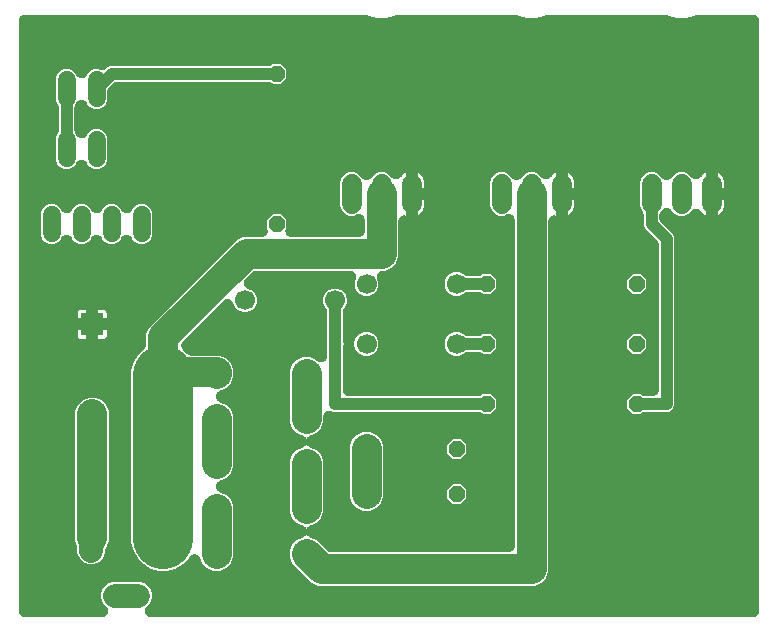
<source format=gbr>
G04 EAGLE Gerber RS-274X export*
G75*
%MOMM*%
%FSLAX34Y34*%
%LPD*%
%INTop Copper*%
%IPPOS*%
%AMOC8*
5,1,8,0,0,1.08239X$1,22.5*%
G01*
%ADD10C,1.524000*%
%ADD11C,1.700000*%
%ADD12R,1.950000X1.950000*%
%ADD13C,1.950000*%
%ADD14C,2.000000*%
%ADD15C,1.676400*%
%ADD16P,1.429621X8X22.500000*%
%ADD17P,1.429621X8X202.500000*%
%ADD18P,1.429621X8X112.500000*%
%ADD19C,2.540000*%
%ADD20C,1.016000*%
%ADD21C,5.080000*%
%ADD22C,1.778000*%

G36*
X81315Y10176D02*
X81315Y10176D01*
X81551Y10183D01*
X81633Y10196D01*
X81714Y10201D01*
X81946Y10245D01*
X82181Y10282D01*
X82260Y10305D01*
X82340Y10320D01*
X82566Y10393D01*
X82793Y10459D01*
X82868Y10491D01*
X82946Y10517D01*
X83161Y10618D01*
X83378Y10711D01*
X83449Y10753D01*
X83523Y10788D01*
X83723Y10915D01*
X83927Y11035D01*
X83992Y11085D01*
X84061Y11129D01*
X84244Y11280D01*
X84431Y11424D01*
X84489Y11482D01*
X84552Y11534D01*
X84715Y11707D01*
X84882Y11874D01*
X84933Y11939D01*
X84989Y11998D01*
X85128Y12190D01*
X85274Y12377D01*
X85316Y12447D01*
X85364Y12513D01*
X85478Y12721D01*
X85599Y12924D01*
X85632Y13000D01*
X85672Y13071D01*
X85759Y13291D01*
X85853Y13509D01*
X85877Y13587D01*
X85907Y13664D01*
X85966Y13893D01*
X86033Y14120D01*
X86046Y14201D01*
X86066Y14280D01*
X86096Y14515D01*
X86134Y14749D01*
X86137Y14831D01*
X86147Y14912D01*
X86148Y15149D01*
X86156Y15386D01*
X86148Y15467D01*
X86148Y15550D01*
X86119Y15784D01*
X86097Y16020D01*
X86080Y16100D01*
X86070Y16182D01*
X86011Y16411D01*
X85960Y16642D01*
X85933Y16720D01*
X85912Y16799D01*
X85826Y17020D01*
X85746Y17243D01*
X85709Y17316D01*
X85679Y17392D01*
X85566Y17600D01*
X85459Y17811D01*
X85413Y17879D01*
X85374Y17951D01*
X85235Y18143D01*
X85102Y18339D01*
X85049Y18400D01*
X85000Y18468D01*
X84823Y18657D01*
X84670Y18832D01*
X81830Y21672D01*
X80075Y25908D01*
X80075Y30492D01*
X81830Y34728D01*
X85072Y37970D01*
X89308Y39725D01*
X113892Y39725D01*
X118128Y37970D01*
X121370Y34728D01*
X123125Y30492D01*
X123125Y25908D01*
X121370Y21672D01*
X118530Y18832D01*
X118373Y18654D01*
X118211Y18482D01*
X118163Y18415D01*
X118109Y18354D01*
X117976Y18158D01*
X117836Y17966D01*
X117797Y17895D01*
X117750Y17827D01*
X117643Y17616D01*
X117528Y17409D01*
X117498Y17332D01*
X117461Y17259D01*
X117381Y17037D01*
X117293Y16816D01*
X117273Y16737D01*
X117245Y16660D01*
X117193Y16429D01*
X117134Y16200D01*
X117123Y16118D01*
X117105Y16038D01*
X117083Y15803D01*
X117053Y15568D01*
X117053Y15485D01*
X117045Y15404D01*
X117052Y15168D01*
X117052Y14930D01*
X117062Y14849D01*
X117064Y14767D01*
X117101Y14533D01*
X117130Y14298D01*
X117151Y14219D01*
X117163Y14138D01*
X117229Y13910D01*
X117288Y13681D01*
X117318Y13604D01*
X117340Y13526D01*
X117434Y13308D01*
X117521Y13088D01*
X117560Y13016D01*
X117593Y12941D01*
X117712Y12737D01*
X117826Y12529D01*
X117875Y12462D01*
X117916Y12392D01*
X118061Y12204D01*
X118200Y12012D01*
X118256Y11952D01*
X118306Y11888D01*
X118473Y11720D01*
X118635Y11547D01*
X118698Y11494D01*
X118756Y11436D01*
X118942Y11291D01*
X119124Y11139D01*
X119193Y11095D01*
X119258Y11045D01*
X119462Y10924D01*
X119661Y10796D01*
X119735Y10761D01*
X119806Y10719D01*
X120023Y10625D01*
X120237Y10523D01*
X120315Y10498D01*
X120390Y10465D01*
X120617Y10398D01*
X120842Y10324D01*
X120923Y10309D01*
X121002Y10286D01*
X121235Y10248D01*
X121468Y10203D01*
X121548Y10198D01*
X121631Y10185D01*
X121891Y10176D01*
X122122Y10161D01*
X632260Y10161D01*
X632415Y10170D01*
X632570Y10170D01*
X632732Y10190D01*
X632896Y10201D01*
X633048Y10230D01*
X633202Y10249D01*
X633361Y10289D01*
X633522Y10320D01*
X633669Y10368D01*
X633819Y10406D01*
X633972Y10466D01*
X634128Y10517D01*
X634268Y10582D01*
X634412Y10639D01*
X634556Y10718D01*
X634704Y10788D01*
X634835Y10870D01*
X634971Y10945D01*
X635104Y11041D01*
X635243Y11129D01*
X635362Y11227D01*
X635488Y11318D01*
X635607Y11430D01*
X635734Y11534D01*
X635840Y11647D01*
X635953Y11753D01*
X636058Y11879D01*
X636170Y11998D01*
X636262Y12124D01*
X636361Y12243D01*
X636449Y12381D01*
X636545Y12513D01*
X636620Y12649D01*
X636704Y12780D01*
X636774Y12928D01*
X636853Y13071D01*
X636910Y13215D01*
X636977Y13355D01*
X637028Y13511D01*
X637088Y13664D01*
X637127Y13814D01*
X637176Y13961D01*
X637207Y14122D01*
X637248Y14280D01*
X637267Y14434D01*
X637297Y14586D01*
X637307Y14745D01*
X637329Y14912D01*
X637329Y15081D01*
X637339Y15240D01*
X637339Y514860D01*
X637330Y515015D01*
X637330Y515170D01*
X637310Y515332D01*
X637299Y515496D01*
X637270Y515648D01*
X637251Y515802D01*
X637211Y515961D01*
X637180Y516122D01*
X637132Y516269D01*
X637094Y516419D01*
X637034Y516572D01*
X636983Y516728D01*
X636918Y516868D01*
X636861Y517012D01*
X636782Y517156D01*
X636712Y517304D01*
X636630Y517435D01*
X636555Y517571D01*
X636459Y517704D01*
X636371Y517843D01*
X636273Y517962D01*
X636182Y518088D01*
X636070Y518207D01*
X635966Y518334D01*
X635853Y518440D01*
X635747Y518553D01*
X635621Y518658D01*
X635502Y518770D01*
X635376Y518862D01*
X635257Y518961D01*
X635119Y519049D01*
X634987Y519145D01*
X634851Y519220D01*
X634720Y519304D01*
X634572Y519374D01*
X634429Y519453D01*
X634285Y519510D01*
X634145Y519577D01*
X633989Y519628D01*
X633836Y519688D01*
X633686Y519727D01*
X633539Y519776D01*
X633378Y519807D01*
X633220Y519848D01*
X633066Y519867D01*
X632914Y519897D01*
X632755Y519907D01*
X632588Y519929D01*
X632419Y519929D01*
X632260Y519939D01*
X585290Y519939D01*
X585245Y519936D01*
X585199Y519938D01*
X584926Y519916D01*
X584654Y519899D01*
X584609Y519891D01*
X584564Y519887D01*
X584297Y519831D01*
X584028Y519780D01*
X583985Y519766D01*
X583940Y519757D01*
X583682Y519668D01*
X583422Y519583D01*
X583381Y519564D01*
X583338Y519549D01*
X583115Y519439D01*
X582846Y519312D01*
X582799Y519283D01*
X582751Y519259D01*
X581795Y518707D01*
X575011Y516889D01*
X567989Y516889D01*
X561205Y518707D01*
X560249Y519259D01*
X560208Y519279D01*
X560170Y519304D01*
X559923Y519421D01*
X559679Y519542D01*
X559636Y519557D01*
X559594Y519577D01*
X559334Y519662D01*
X559077Y519752D01*
X559033Y519761D01*
X558989Y519776D01*
X558721Y519828D01*
X558454Y519884D01*
X558409Y519888D01*
X558364Y519897D01*
X558115Y519913D01*
X557819Y519938D01*
X557764Y519936D01*
X557710Y519939D01*
X458290Y519939D01*
X458245Y519936D01*
X458199Y519938D01*
X457926Y519916D01*
X457654Y519899D01*
X457609Y519891D01*
X457564Y519887D01*
X457297Y519831D01*
X457028Y519780D01*
X456985Y519766D01*
X456940Y519757D01*
X456682Y519668D01*
X456422Y519583D01*
X456381Y519564D01*
X456338Y519549D01*
X456115Y519439D01*
X455846Y519312D01*
X455799Y519283D01*
X455751Y519259D01*
X454795Y518707D01*
X448011Y516889D01*
X440989Y516889D01*
X434205Y518707D01*
X433249Y519259D01*
X433208Y519279D01*
X433170Y519304D01*
X432923Y519421D01*
X432679Y519542D01*
X432636Y519557D01*
X432594Y519577D01*
X432334Y519662D01*
X432077Y519752D01*
X432033Y519761D01*
X431989Y519776D01*
X431721Y519828D01*
X431454Y519884D01*
X431409Y519888D01*
X431364Y519897D01*
X431115Y519913D01*
X430819Y519938D01*
X430764Y519936D01*
X430710Y519939D01*
X331290Y519939D01*
X331245Y519936D01*
X331199Y519938D01*
X330926Y519916D01*
X330654Y519899D01*
X330609Y519891D01*
X330564Y519887D01*
X330297Y519831D01*
X330028Y519780D01*
X329985Y519766D01*
X329940Y519757D01*
X329682Y519668D01*
X329422Y519583D01*
X329381Y519564D01*
X329338Y519549D01*
X329115Y519439D01*
X328846Y519312D01*
X328799Y519283D01*
X328751Y519259D01*
X327795Y518707D01*
X321011Y516889D01*
X313989Y516889D01*
X307205Y518707D01*
X306249Y519259D01*
X306208Y519279D01*
X306170Y519304D01*
X305923Y519421D01*
X305679Y519542D01*
X305636Y519557D01*
X305594Y519577D01*
X305334Y519662D01*
X305077Y519752D01*
X305033Y519761D01*
X304989Y519776D01*
X304721Y519828D01*
X304454Y519884D01*
X304409Y519888D01*
X304364Y519897D01*
X304115Y519913D01*
X303819Y519938D01*
X303764Y519936D01*
X303710Y519939D01*
X15240Y519939D01*
X15085Y519930D01*
X14930Y519930D01*
X14768Y519910D01*
X14604Y519899D01*
X14452Y519870D01*
X14298Y519851D01*
X14139Y519811D01*
X13978Y519780D01*
X13831Y519732D01*
X13681Y519694D01*
X13528Y519634D01*
X13372Y519583D01*
X13232Y519518D01*
X13088Y519461D01*
X12944Y519382D01*
X12796Y519312D01*
X12665Y519230D01*
X12529Y519155D01*
X12396Y519059D01*
X12257Y518971D01*
X12138Y518873D01*
X12012Y518782D01*
X11893Y518670D01*
X11766Y518566D01*
X11660Y518453D01*
X11547Y518347D01*
X11442Y518221D01*
X11330Y518102D01*
X11238Y517976D01*
X11139Y517857D01*
X11051Y517719D01*
X10955Y517587D01*
X10880Y517451D01*
X10796Y517320D01*
X10726Y517172D01*
X10647Y517029D01*
X10590Y516885D01*
X10523Y516745D01*
X10472Y516589D01*
X10412Y516436D01*
X10373Y516286D01*
X10324Y516139D01*
X10293Y515978D01*
X10252Y515820D01*
X10233Y515666D01*
X10203Y515514D01*
X10193Y515355D01*
X10171Y515188D01*
X10171Y515019D01*
X10161Y514860D01*
X10161Y15240D01*
X10170Y15085D01*
X10170Y14930D01*
X10190Y14768D01*
X10201Y14604D01*
X10230Y14452D01*
X10249Y14298D01*
X10289Y14139D01*
X10320Y13978D01*
X10368Y13831D01*
X10406Y13681D01*
X10466Y13528D01*
X10517Y13372D01*
X10582Y13232D01*
X10639Y13088D01*
X10718Y12944D01*
X10788Y12796D01*
X10870Y12665D01*
X10945Y12529D01*
X11041Y12396D01*
X11129Y12257D01*
X11227Y12138D01*
X11318Y12012D01*
X11430Y11893D01*
X11534Y11766D01*
X11647Y11660D01*
X11753Y11547D01*
X11879Y11442D01*
X11998Y11330D01*
X12124Y11238D01*
X12243Y11139D01*
X12381Y11051D01*
X12513Y10955D01*
X12649Y10880D01*
X12780Y10796D01*
X12928Y10726D01*
X13071Y10647D01*
X13215Y10590D01*
X13355Y10523D01*
X13511Y10472D01*
X13664Y10412D01*
X13814Y10373D01*
X13961Y10324D01*
X14122Y10293D01*
X14280Y10252D01*
X14434Y10233D01*
X14586Y10203D01*
X14745Y10193D01*
X14912Y10171D01*
X15081Y10171D01*
X15240Y10161D01*
X81078Y10161D01*
X81315Y10176D01*
G37*
%LPC*%
G36*
X129055Y49275D02*
X129055Y49275D01*
X122207Y51110D01*
X116068Y54655D01*
X111055Y59668D01*
X107510Y65807D01*
X105675Y72655D01*
X105675Y218925D01*
X107510Y225773D01*
X111055Y231912D01*
X116116Y236973D01*
X116184Y237023D01*
X116366Y237143D01*
X116442Y237209D01*
X116524Y237268D01*
X116683Y237417D01*
X116849Y237560D01*
X116916Y237634D01*
X116989Y237703D01*
X117129Y237871D01*
X117275Y238033D01*
X117332Y238115D01*
X117397Y238193D01*
X117514Y238377D01*
X117639Y238556D01*
X117686Y238645D01*
X117740Y238730D01*
X117833Y238927D01*
X117935Y239120D01*
X117970Y239214D01*
X118013Y239305D01*
X118081Y239513D01*
X118157Y239717D01*
X118180Y239815D01*
X118212Y239911D01*
X118253Y240125D01*
X118303Y240338D01*
X118314Y240437D01*
X118333Y240536D01*
X118347Y240745D01*
X118371Y240971D01*
X118368Y241083D01*
X118375Y241190D01*
X118375Y249729D01*
X120541Y254958D01*
X195142Y329559D01*
X200371Y331725D01*
X216017Y331725D01*
X216254Y331740D01*
X216490Y331747D01*
X216571Y331760D01*
X216653Y331765D01*
X216886Y331809D01*
X217120Y331846D01*
X217198Y331869D01*
X217279Y331884D01*
X217504Y331957D01*
X217732Y332023D01*
X217807Y332055D01*
X217885Y332081D01*
X218099Y332181D01*
X218317Y332275D01*
X218387Y332317D01*
X218462Y332352D01*
X218662Y332478D01*
X218866Y332599D01*
X218930Y332649D01*
X219000Y332693D01*
X219183Y332844D01*
X219370Y332988D01*
X219428Y333046D01*
X219491Y333098D01*
X219653Y333271D01*
X219821Y333438D01*
X219871Y333503D01*
X219928Y333562D01*
X220067Y333754D01*
X220212Y333941D01*
X220254Y334011D01*
X220303Y334077D01*
X220417Y334285D01*
X220538Y334488D01*
X220571Y334564D01*
X220610Y334635D01*
X220698Y334856D01*
X220792Y335073D01*
X220815Y335151D01*
X220846Y335228D01*
X220905Y335457D01*
X220971Y335684D01*
X220984Y335765D01*
X221005Y335844D01*
X221035Y336080D01*
X221073Y336313D01*
X221075Y336395D01*
X221086Y336476D01*
X221086Y336714D01*
X221094Y336950D01*
X221087Y337032D01*
X221087Y337114D01*
X221058Y337349D01*
X221036Y337584D01*
X221018Y337664D01*
X221008Y337746D01*
X220950Y337976D01*
X220899Y338207D01*
X220871Y338284D01*
X220851Y338363D01*
X220764Y338584D01*
X220685Y338807D01*
X220648Y338880D01*
X220618Y338956D01*
X220504Y339165D01*
X220471Y339229D01*
X220471Y346267D01*
X225233Y351029D01*
X231967Y351029D01*
X236729Y346267D01*
X236729Y339228D01*
X236704Y339180D01*
X236590Y338973D01*
X236560Y338896D01*
X236522Y338823D01*
X236442Y338601D01*
X236354Y338380D01*
X236334Y338301D01*
X236306Y338224D01*
X236254Y337993D01*
X236195Y337764D01*
X236185Y337682D01*
X236167Y337602D01*
X236144Y337367D01*
X236114Y337132D01*
X236114Y337049D01*
X236106Y336968D01*
X236113Y336732D01*
X236113Y336494D01*
X236123Y336413D01*
X236126Y336331D01*
X236162Y336098D01*
X236192Y335862D01*
X236212Y335783D01*
X236225Y335702D01*
X236290Y335474D01*
X236349Y335245D01*
X236379Y335169D01*
X236402Y335090D01*
X236495Y334872D01*
X236582Y334652D01*
X236621Y334580D01*
X236654Y334505D01*
X236774Y334301D01*
X236888Y334093D01*
X236936Y334026D01*
X236977Y333956D01*
X237122Y333768D01*
X237261Y333576D01*
X237317Y333517D01*
X237367Y333452D01*
X237534Y333284D01*
X237696Y333111D01*
X237759Y333058D01*
X237817Y333000D01*
X238004Y332855D01*
X238186Y332703D01*
X238255Y332659D01*
X238319Y332609D01*
X238523Y332488D01*
X238723Y332360D01*
X238797Y332325D01*
X238867Y332283D01*
X239084Y332189D01*
X239298Y332087D01*
X239376Y332062D01*
X239451Y332029D01*
X239679Y331962D01*
X239904Y331888D01*
X239984Y331873D01*
X240063Y331850D01*
X240296Y331812D01*
X240529Y331767D01*
X240609Y331762D01*
X240692Y331749D01*
X240951Y331740D01*
X241183Y331725D01*
X298196Y331725D01*
X298351Y331734D01*
X298506Y331734D01*
X298668Y331754D01*
X298832Y331765D01*
X298984Y331794D01*
X299138Y331813D01*
X299297Y331853D01*
X299458Y331884D01*
X299605Y331932D01*
X299755Y331970D01*
X299908Y332030D01*
X300064Y332081D01*
X300204Y332146D01*
X300348Y332203D01*
X300492Y332282D01*
X300640Y332352D01*
X300771Y332434D01*
X300907Y332509D01*
X301040Y332605D01*
X301179Y332693D01*
X301298Y332791D01*
X301424Y332882D01*
X301543Y332994D01*
X301670Y333098D01*
X301776Y333211D01*
X301889Y333317D01*
X301994Y333443D01*
X302106Y333562D01*
X302198Y333688D01*
X302297Y333807D01*
X302385Y333945D01*
X302481Y334077D01*
X302556Y334213D01*
X302640Y334344D01*
X302710Y334492D01*
X302789Y334635D01*
X302846Y334779D01*
X302913Y334919D01*
X302964Y335075D01*
X303024Y335228D01*
X303063Y335378D01*
X303112Y335525D01*
X303143Y335686D01*
X303184Y335844D01*
X303203Y335998D01*
X303233Y336150D01*
X303243Y336309D01*
X303265Y336476D01*
X303265Y336645D01*
X303275Y336804D01*
X303275Y346222D01*
X303263Y346418D01*
X303260Y346614D01*
X303243Y346736D01*
X303235Y346858D01*
X303199Y347050D01*
X303171Y347245D01*
X303139Y347363D01*
X303116Y347484D01*
X303056Y347670D01*
X303004Y347859D01*
X302957Y347973D01*
X302919Y348090D01*
X302836Y348268D01*
X302761Y348448D01*
X302701Y348555D01*
X302648Y348667D01*
X302544Y348832D01*
X302447Y349002D01*
X302373Y349101D01*
X302307Y349205D01*
X302183Y349356D01*
X302065Y349513D01*
X301980Y349601D01*
X301902Y349696D01*
X301759Y349830D01*
X301623Y349971D01*
X301527Y350048D01*
X301438Y350133D01*
X301279Y350248D01*
X301127Y350371D01*
X301022Y350435D01*
X300923Y350508D01*
X300751Y350602D01*
X300584Y350705D01*
X300472Y350756D01*
X300365Y350815D01*
X300183Y350888D01*
X300004Y350969D01*
X299887Y351005D01*
X299772Y351051D01*
X299583Y351100D01*
X299396Y351158D01*
X299275Y351179D01*
X299156Y351210D01*
X298961Y351235D01*
X298769Y351269D01*
X298646Y351275D01*
X298524Y351291D01*
X298327Y351291D01*
X298132Y351301D01*
X298010Y351292D01*
X297886Y351292D01*
X297692Y351268D01*
X297497Y351253D01*
X297376Y351229D01*
X297254Y351214D01*
X297064Y351165D01*
X296873Y351126D01*
X296759Y351087D01*
X296637Y351056D01*
X296439Y350978D01*
X296252Y350915D01*
X294071Y350011D01*
X290129Y350011D01*
X286488Y351520D01*
X283702Y354306D01*
X282193Y357947D01*
X282193Y378653D01*
X283702Y382294D01*
X286488Y385080D01*
X290129Y386589D01*
X294071Y386589D01*
X297712Y385081D01*
X301208Y381584D01*
X301325Y381481D01*
X301434Y381372D01*
X301563Y381271D01*
X301686Y381162D01*
X301814Y381075D01*
X301937Y380980D01*
X302078Y380896D01*
X302213Y380804D01*
X302351Y380734D01*
X302484Y380655D01*
X302635Y380589D01*
X302781Y380515D01*
X302926Y380462D01*
X303069Y380400D01*
X303226Y380354D01*
X303380Y380299D01*
X303531Y380265D01*
X303680Y380221D01*
X303842Y380195D01*
X304002Y380159D01*
X304156Y380145D01*
X304309Y380120D01*
X304473Y380114D01*
X304636Y380099D01*
X304791Y380104D01*
X304946Y380098D01*
X305109Y380113D01*
X305273Y380118D01*
X305426Y380142D01*
X305580Y380156D01*
X305740Y380192D01*
X305902Y380217D01*
X306051Y380260D01*
X306202Y380294D01*
X306357Y380349D01*
X306514Y380394D01*
X306657Y380456D01*
X306803Y380508D01*
X306949Y380581D01*
X307099Y380646D01*
X307233Y380725D01*
X307371Y380795D01*
X307507Y380887D01*
X307648Y380970D01*
X307771Y381065D01*
X307899Y381151D01*
X308019Y381256D01*
X308152Y381360D01*
X308272Y381479D01*
X308392Y381584D01*
X311888Y385080D01*
X315529Y386589D01*
X319471Y386589D01*
X323112Y385080D01*
X326082Y382110D01*
X326258Y381955D01*
X326429Y381794D01*
X326497Y381744D01*
X326560Y381689D01*
X326754Y381557D01*
X326944Y381418D01*
X327018Y381378D01*
X327087Y381331D01*
X327296Y381224D01*
X327502Y381110D01*
X327580Y381079D01*
X327654Y381041D01*
X327876Y380961D01*
X328094Y380874D01*
X328175Y380853D01*
X328254Y380825D01*
X328483Y380774D01*
X328711Y380715D01*
X328794Y380704D01*
X328876Y380686D01*
X329110Y380663D01*
X329342Y380633D01*
X329426Y380633D01*
X329510Y380625D01*
X329744Y380632D01*
X329980Y380632D01*
X330063Y380642D01*
X330147Y380645D01*
X330379Y380681D01*
X330612Y380710D01*
X330693Y380731D01*
X330776Y380744D01*
X331002Y380809D01*
X331229Y380867D01*
X331307Y380897D01*
X331388Y380921D01*
X331604Y381014D01*
X331823Y381099D01*
X331896Y381140D01*
X331973Y381173D01*
X332176Y381292D01*
X332382Y381405D01*
X332450Y381454D01*
X332522Y381496D01*
X332708Y381640D01*
X332898Y381778D01*
X332960Y381835D01*
X333026Y381886D01*
X333192Y382052D01*
X333364Y382212D01*
X333417Y382276D01*
X333477Y382336D01*
X333636Y382539D01*
X333783Y382716D01*
X334569Y383798D01*
X335784Y385013D01*
X337175Y386024D01*
X337821Y386353D01*
X337821Y368300D01*
X337821Y350046D01*
X337764Y350061D01*
X337760Y350062D01*
X337756Y350062D01*
X337458Y350100D01*
X337132Y350142D01*
X337128Y350142D01*
X337124Y350142D01*
X336815Y350143D01*
X336494Y350143D01*
X336491Y350143D01*
X336487Y350143D01*
X336173Y350103D01*
X335862Y350064D01*
X335859Y350064D01*
X335855Y350063D01*
X335549Y349985D01*
X335245Y349907D01*
X335241Y349906D01*
X335238Y349905D01*
X334948Y349790D01*
X334652Y349674D01*
X334649Y349672D01*
X334645Y349671D01*
X334380Y349526D01*
X334093Y349368D01*
X334090Y349366D01*
X334087Y349365D01*
X333839Y349185D01*
X333576Y348995D01*
X333574Y348993D01*
X333571Y348991D01*
X333339Y348774D01*
X333111Y348560D01*
X333109Y348558D01*
X333106Y348555D01*
X332901Y348308D01*
X332703Y348070D01*
X332701Y348067D01*
X332699Y348065D01*
X332527Y347795D01*
X332360Y347534D01*
X332359Y347530D01*
X332357Y347527D01*
X332223Y347243D01*
X332087Y346958D01*
X332086Y346954D01*
X332085Y346951D01*
X331988Y346656D01*
X331888Y346353D01*
X331888Y346349D01*
X331887Y346346D01*
X331825Y346028D01*
X331767Y345727D01*
X331767Y345723D01*
X331766Y345720D01*
X331725Y345084D01*
X331725Y345079D01*
X331725Y345073D01*
X331725Y314671D01*
X329559Y309442D01*
X325558Y305441D01*
X320329Y303275D01*
X318623Y303275D01*
X318428Y303263D01*
X318232Y303260D01*
X318110Y303243D01*
X317987Y303235D01*
X317795Y303199D01*
X317601Y303171D01*
X317482Y303139D01*
X317362Y303116D01*
X317175Y303056D01*
X316986Y303004D01*
X316873Y302957D01*
X316756Y302919D01*
X316578Y302836D01*
X316397Y302761D01*
X316290Y302701D01*
X316179Y302648D01*
X316014Y302544D01*
X315843Y302447D01*
X315745Y302373D01*
X315641Y302307D01*
X315490Y302183D01*
X315333Y302065D01*
X315244Y301980D01*
X315150Y301902D01*
X315015Y301759D01*
X314874Y301623D01*
X314797Y301527D01*
X314713Y301438D01*
X314598Y301279D01*
X314475Y301127D01*
X314410Y301022D01*
X314338Y300923D01*
X314243Y300751D01*
X314141Y300584D01*
X314090Y300472D01*
X314030Y300365D01*
X313958Y300183D01*
X313877Y300004D01*
X313840Y299887D01*
X313795Y299772D01*
X313746Y299583D01*
X313688Y299396D01*
X313666Y299275D01*
X313636Y299156D01*
X313611Y298961D01*
X313576Y298768D01*
X313570Y298646D01*
X313555Y298524D01*
X313554Y298327D01*
X313545Y298132D01*
X313554Y298010D01*
X313554Y297886D01*
X313578Y297692D01*
X313592Y297497D01*
X313617Y297376D01*
X313632Y297254D01*
X313681Y297064D01*
X313720Y296872D01*
X313758Y296759D01*
X313789Y296637D01*
X313867Y296439D01*
X313931Y296252D01*
X314825Y294094D01*
X314825Y290106D01*
X313299Y286421D01*
X310479Y283601D01*
X306794Y282075D01*
X302806Y282075D01*
X299121Y283601D01*
X295997Y286726D01*
X295789Y286909D01*
X295599Y287082D01*
X295603Y287160D01*
X295600Y287201D01*
X295601Y287242D01*
X295576Y287518D01*
X295555Y287795D01*
X295547Y287835D01*
X295543Y287876D01*
X295484Y288147D01*
X295428Y288419D01*
X295415Y288458D01*
X295406Y288498D01*
X295298Y288802D01*
X295217Y289040D01*
X294775Y290106D01*
X294775Y294094D01*
X295669Y296252D01*
X295733Y296438D01*
X295805Y296620D01*
X295836Y296739D01*
X295876Y296855D01*
X295915Y297047D01*
X295964Y297236D01*
X295980Y297358D01*
X296005Y297479D01*
X296020Y297674D01*
X296045Y297868D01*
X296046Y297991D01*
X296055Y298114D01*
X296046Y298310D01*
X296046Y298506D01*
X296031Y298628D01*
X296026Y298750D01*
X295992Y298943D01*
X295968Y299138D01*
X295937Y299257D01*
X295916Y299378D01*
X295859Y299565D01*
X295811Y299755D01*
X295766Y299870D01*
X295730Y299987D01*
X295649Y300166D01*
X295577Y300348D01*
X295518Y300456D01*
X295468Y300568D01*
X295366Y300735D01*
X295272Y300907D01*
X295200Y301007D01*
X295136Y301112D01*
X295013Y301265D01*
X294899Y301424D01*
X294815Y301513D01*
X294738Y301610D01*
X294597Y301746D01*
X294464Y301889D01*
X294369Y301968D01*
X294281Y302054D01*
X294124Y302172D01*
X293974Y302297D01*
X293870Y302363D01*
X293772Y302437D01*
X293602Y302534D01*
X293437Y302640D01*
X293326Y302692D01*
X293219Y302753D01*
X293038Y302829D01*
X292861Y302913D01*
X292744Y302951D01*
X292631Y302998D01*
X292442Y303051D01*
X292256Y303112D01*
X292135Y303135D01*
X292017Y303168D01*
X291823Y303196D01*
X291630Y303233D01*
X291510Y303241D01*
X291386Y303259D01*
X291173Y303263D01*
X290977Y303275D01*
X211196Y303275D01*
X211123Y303271D01*
X211050Y303273D01*
X210805Y303251D01*
X210560Y303235D01*
X210489Y303222D01*
X210416Y303215D01*
X210175Y303162D01*
X209934Y303116D01*
X209865Y303094D01*
X209794Y303078D01*
X209562Y302995D01*
X209328Y302919D01*
X209262Y302888D01*
X209193Y302864D01*
X208974Y302753D01*
X208752Y302648D01*
X208690Y302609D01*
X208625Y302576D01*
X208421Y302439D01*
X208213Y302307D01*
X208157Y302261D01*
X208097Y302220D01*
X207923Y302067D01*
X207722Y301902D01*
X207665Y301841D01*
X207604Y301788D01*
X202262Y296445D01*
X202132Y296298D01*
X201996Y296158D01*
X201922Y296059D01*
X201840Y295967D01*
X201730Y295805D01*
X201612Y295649D01*
X201551Y295542D01*
X201482Y295440D01*
X201393Y295266D01*
X201296Y295096D01*
X201249Y294982D01*
X201193Y294873D01*
X201126Y294688D01*
X201051Y294508D01*
X201018Y294389D01*
X200977Y294273D01*
X200934Y294082D01*
X200882Y293893D01*
X200864Y293772D01*
X200837Y293652D01*
X200819Y293456D01*
X200791Y293263D01*
X200788Y293140D01*
X200777Y293017D01*
X200783Y292822D01*
X200779Y292626D01*
X200792Y292503D01*
X200796Y292380D01*
X200827Y292187D01*
X200848Y291992D01*
X200876Y291873D01*
X200895Y291751D01*
X200950Y291563D01*
X200995Y291372D01*
X201038Y291257D01*
X201072Y291139D01*
X201150Y290959D01*
X201218Y290776D01*
X201276Y290667D01*
X201324Y290554D01*
X201424Y290385D01*
X201515Y290212D01*
X201585Y290111D01*
X201648Y290005D01*
X201768Y289850D01*
X201880Y289689D01*
X201962Y289598D01*
X202038Y289501D01*
X202176Y289362D01*
X202307Y289217D01*
X202401Y289137D01*
X202487Y289050D01*
X202641Y288929D01*
X202790Y288802D01*
X202893Y288734D01*
X202990Y288658D01*
X203158Y288558D01*
X203322Y288450D01*
X203430Y288397D01*
X203538Y288333D01*
X203733Y288248D01*
X203910Y288161D01*
X207609Y286629D01*
X210429Y283809D01*
X211955Y280124D01*
X211955Y276136D01*
X210429Y272451D01*
X207609Y269631D01*
X203924Y268105D01*
X199936Y268105D01*
X196251Y269631D01*
X193431Y272451D01*
X191899Y276150D01*
X191813Y276326D01*
X191736Y276506D01*
X191673Y276612D01*
X191619Y276723D01*
X191512Y276886D01*
X191412Y277055D01*
X191337Y277153D01*
X191269Y277255D01*
X191142Y277404D01*
X191022Y277559D01*
X190936Y277646D01*
X190856Y277740D01*
X190711Y277872D01*
X190573Y278010D01*
X190476Y278086D01*
X190385Y278169D01*
X190224Y278282D01*
X190070Y278402D01*
X189964Y278465D01*
X189864Y278536D01*
X189691Y278627D01*
X189522Y278727D01*
X189409Y278777D01*
X189301Y278834D01*
X189118Y278903D01*
X188938Y278982D01*
X188820Y279016D01*
X188705Y279060D01*
X188515Y279106D01*
X188327Y279161D01*
X188205Y279180D01*
X188086Y279209D01*
X187891Y279231D01*
X187698Y279262D01*
X187575Y279266D01*
X187452Y279280D01*
X187256Y279277D01*
X187061Y279284D01*
X186938Y279273D01*
X186815Y279271D01*
X186621Y279244D01*
X186426Y279226D01*
X186306Y279199D01*
X186184Y279182D01*
X185995Y279131D01*
X185804Y279088D01*
X185689Y279047D01*
X185570Y279015D01*
X185388Y278940D01*
X185204Y278875D01*
X185094Y278819D01*
X184981Y278772D01*
X184810Y278675D01*
X184635Y278587D01*
X184534Y278518D01*
X184427Y278458D01*
X184270Y278340D01*
X184107Y278231D01*
X184017Y278151D01*
X183916Y278076D01*
X183763Y277928D01*
X183615Y277798D01*
X149529Y243712D01*
X149426Y243596D01*
X149316Y243486D01*
X149216Y243357D01*
X149107Y243234D01*
X149020Y243106D01*
X148925Y242984D01*
X148841Y242842D01*
X148749Y242707D01*
X148679Y242569D01*
X148599Y242436D01*
X148534Y242286D01*
X148460Y242139D01*
X148407Y241994D01*
X148345Y241852D01*
X148299Y241694D01*
X148243Y241540D01*
X148209Y241389D01*
X148166Y241240D01*
X148140Y241079D01*
X148104Y240918D01*
X148089Y240764D01*
X148065Y240611D01*
X148059Y240447D01*
X148044Y240284D01*
X148048Y240129D01*
X148043Y239974D01*
X148058Y239811D01*
X148063Y239647D01*
X148087Y239494D01*
X148101Y239340D01*
X148137Y239180D01*
X148162Y239018D01*
X148205Y238869D01*
X148238Y238718D01*
X148294Y238563D01*
X148339Y238406D01*
X148400Y238263D01*
X148452Y238118D01*
X148526Y237971D01*
X148591Y237821D01*
X148670Y237687D01*
X148740Y237549D01*
X148831Y237413D01*
X148915Y237272D01*
X149010Y237149D01*
X149096Y237021D01*
X149201Y236901D01*
X149304Y236768D01*
X149423Y236649D01*
X149529Y236529D01*
X153175Y232882D01*
X153230Y232834D01*
X153280Y232781D01*
X153468Y232624D01*
X153653Y232461D01*
X153713Y232420D01*
X153769Y232373D01*
X153976Y232241D01*
X154180Y232103D01*
X154245Y232070D01*
X154306Y232030D01*
X154529Y231925D01*
X154747Y231813D01*
X154816Y231789D01*
X154882Y231757D01*
X155115Y231681D01*
X155347Y231597D01*
X155418Y231581D01*
X155487Y231558D01*
X155728Y231512D01*
X155968Y231458D01*
X156041Y231451D01*
X156113Y231437D01*
X156344Y231422D01*
X156603Y231397D01*
X156686Y231400D01*
X156767Y231395D01*
X180629Y231395D01*
X185858Y229229D01*
X189859Y225228D01*
X192025Y219999D01*
X192025Y213071D01*
X189859Y207842D01*
X185858Y203841D01*
X180309Y201543D01*
X180096Y201438D01*
X179881Y201341D01*
X179811Y201298D01*
X179737Y201262D01*
X179539Y201133D01*
X179337Y201009D01*
X179273Y200958D01*
X179204Y200913D01*
X179025Y200759D01*
X178839Y200611D01*
X178782Y200552D01*
X178720Y200499D01*
X178560Y200324D01*
X178395Y200154D01*
X178346Y200089D01*
X178291Y200028D01*
X178154Y199834D01*
X178012Y199645D01*
X177971Y199574D01*
X177924Y199507D01*
X177813Y199298D01*
X177695Y199092D01*
X177664Y199016D01*
X177626Y198944D01*
X177542Y198723D01*
X177451Y198504D01*
X177429Y198425D01*
X177400Y198348D01*
X177344Y198118D01*
X177281Y197890D01*
X177270Y197809D01*
X177250Y197729D01*
X177224Y197493D01*
X177190Y197259D01*
X177189Y197178D01*
X177180Y197096D01*
X177183Y196859D01*
X177179Y196622D01*
X177188Y196541D01*
X177189Y196459D01*
X177222Y196224D01*
X177247Y195989D01*
X177266Y195909D01*
X177278Y195828D01*
X177340Y195599D01*
X177394Y195369D01*
X177423Y195292D01*
X177445Y195213D01*
X177535Y194994D01*
X177618Y194772D01*
X177656Y194700D01*
X177688Y194624D01*
X177804Y194418D01*
X177915Y194208D01*
X177962Y194141D01*
X178002Y194070D01*
X178144Y193880D01*
X178279Y193686D01*
X178334Y193625D01*
X178384Y193560D01*
X178548Y193389D01*
X178707Y193214D01*
X178769Y193160D01*
X178826Y193101D01*
X179011Y192952D01*
X179190Y192798D01*
X179258Y192753D01*
X179322Y192701D01*
X179524Y192577D01*
X179721Y192447D01*
X179794Y192411D01*
X179865Y192367D01*
X180101Y192260D01*
X180309Y192157D01*
X185858Y189859D01*
X189859Y185858D01*
X192025Y180629D01*
X192025Y136871D01*
X189859Y131642D01*
X185858Y127641D01*
X180309Y125343D01*
X180097Y125238D01*
X179881Y125141D01*
X179811Y125098D01*
X179737Y125062D01*
X179539Y124932D01*
X179337Y124809D01*
X179273Y124758D01*
X179204Y124713D01*
X179024Y124559D01*
X178839Y124411D01*
X178782Y124352D01*
X178720Y124299D01*
X178561Y124124D01*
X178395Y123954D01*
X178346Y123889D01*
X178291Y123828D01*
X178155Y123635D01*
X178012Y123445D01*
X177971Y123374D01*
X177924Y123307D01*
X177813Y123098D01*
X177695Y122892D01*
X177664Y122817D01*
X177626Y122744D01*
X177542Y122523D01*
X177451Y122304D01*
X177429Y122225D01*
X177400Y122148D01*
X177344Y121918D01*
X177281Y121690D01*
X177270Y121609D01*
X177250Y121529D01*
X177224Y121293D01*
X177190Y121059D01*
X177189Y120978D01*
X177180Y120896D01*
X177183Y120659D01*
X177179Y120422D01*
X177188Y120341D01*
X177189Y120259D01*
X177222Y120024D01*
X177247Y119789D01*
X177266Y119709D01*
X177278Y119628D01*
X177340Y119399D01*
X177394Y119169D01*
X177423Y119092D01*
X177445Y119013D01*
X177535Y118794D01*
X177618Y118572D01*
X177656Y118500D01*
X177687Y118424D01*
X177805Y118218D01*
X177915Y118008D01*
X177962Y117941D01*
X178002Y117870D01*
X178144Y117680D01*
X178279Y117486D01*
X178335Y117425D01*
X178384Y117360D01*
X178547Y117190D01*
X178707Y117014D01*
X178769Y116960D01*
X178826Y116901D01*
X179010Y116753D01*
X179190Y116598D01*
X179259Y116553D01*
X179322Y116502D01*
X179524Y116377D01*
X179721Y116247D01*
X179793Y116211D01*
X179865Y116167D01*
X180102Y116059D01*
X180309Y115957D01*
X185858Y113659D01*
X189859Y109658D01*
X192025Y104429D01*
X192025Y60671D01*
X189859Y55442D01*
X185858Y51441D01*
X180629Y49275D01*
X174971Y49275D01*
X169742Y51441D01*
X165741Y55442D01*
X163819Y60081D01*
X163721Y60282D01*
X163631Y60486D01*
X163581Y60568D01*
X163539Y60654D01*
X163417Y60840D01*
X163301Y61031D01*
X163242Y61106D01*
X163189Y61186D01*
X163045Y61356D01*
X162906Y61531D01*
X162838Y61598D01*
X162776Y61671D01*
X162611Y61821D01*
X162452Y61977D01*
X162375Y62035D01*
X162305Y62100D01*
X162122Y62228D01*
X161945Y62363D01*
X161862Y62411D01*
X161784Y62466D01*
X161587Y62571D01*
X161394Y62683D01*
X161305Y62720D01*
X161221Y62765D01*
X161012Y62844D01*
X160807Y62931D01*
X160715Y62957D01*
X160625Y62991D01*
X160408Y63043D01*
X160193Y63104D01*
X160099Y63118D01*
X160006Y63140D01*
X159784Y63165D01*
X159563Y63198D01*
X159468Y63200D01*
X159373Y63211D01*
X159149Y63208D01*
X158926Y63213D01*
X158831Y63203D01*
X158735Y63202D01*
X158514Y63171D01*
X158292Y63148D01*
X158199Y63126D01*
X158105Y63113D01*
X157889Y63054D01*
X157672Y63004D01*
X157582Y62971D01*
X157490Y62946D01*
X157284Y62861D01*
X157074Y62784D01*
X156989Y62739D01*
X156901Y62703D01*
X156707Y62593D01*
X156509Y62490D01*
X156430Y62436D01*
X156347Y62388D01*
X156168Y62255D01*
X155984Y62128D01*
X155913Y62064D01*
X155836Y62007D01*
X155676Y61852D01*
X155509Y61703D01*
X155447Y61631D01*
X155378Y61565D01*
X155238Y61391D01*
X155091Y61222D01*
X155039Y61144D01*
X154978Y61068D01*
X154850Y60861D01*
X154728Y60677D01*
X154145Y59668D01*
X149132Y54655D01*
X142993Y51110D01*
X136145Y49275D01*
X129055Y49275D01*
G37*
%LPD*%
%LPC*%
G36*
X263871Y36575D02*
X263871Y36575D01*
X258642Y38741D01*
X241941Y55442D01*
X239775Y60671D01*
X239775Y66329D01*
X241941Y71558D01*
X245942Y75559D01*
X251491Y77857D01*
X251704Y77962D01*
X251919Y78059D01*
X251989Y78102D01*
X252063Y78138D01*
X252261Y78267D01*
X252463Y78391D01*
X252527Y78442D01*
X252596Y78487D01*
X252775Y78641D01*
X252961Y78789D01*
X253018Y78848D01*
X253080Y78901D01*
X253240Y79076D01*
X253405Y79246D01*
X253454Y79311D01*
X253509Y79372D01*
X253646Y79566D01*
X253788Y79755D01*
X253829Y79826D01*
X253876Y79893D01*
X253987Y80102D01*
X254000Y80125D01*
X254005Y80118D01*
X254115Y79908D01*
X254162Y79841D01*
X254202Y79770D01*
X254344Y79580D01*
X254479Y79386D01*
X254535Y79325D01*
X254584Y79260D01*
X254747Y79090D01*
X254907Y78914D01*
X254969Y78860D01*
X255026Y78801D01*
X255210Y78653D01*
X255390Y78498D01*
X255459Y78453D01*
X255522Y78402D01*
X255724Y78277D01*
X255921Y78147D01*
X255993Y78111D01*
X256065Y78067D01*
X256302Y77959D01*
X256509Y77857D01*
X262058Y75559D01*
X271104Y66512D01*
X271159Y66464D01*
X271209Y66411D01*
X271398Y66253D01*
X271582Y66091D01*
X271643Y66050D01*
X271699Y66003D01*
X271906Y65871D01*
X272109Y65733D01*
X272174Y65700D01*
X272236Y65660D01*
X272458Y65555D01*
X272677Y65443D01*
X272745Y65419D01*
X272811Y65387D01*
X273045Y65311D01*
X273276Y65227D01*
X273347Y65211D01*
X273417Y65188D01*
X273658Y65142D01*
X273898Y65088D01*
X273970Y65081D01*
X274042Y65067D01*
X274273Y65052D01*
X274532Y65027D01*
X274616Y65030D01*
X274696Y65025D01*
X425196Y65025D01*
X425351Y65034D01*
X425506Y65034D01*
X425668Y65054D01*
X425832Y65065D01*
X425984Y65094D01*
X426138Y65113D01*
X426297Y65153D01*
X426458Y65184D01*
X426605Y65232D01*
X426755Y65270D01*
X426908Y65330D01*
X427064Y65381D01*
X427204Y65446D01*
X427348Y65503D01*
X427492Y65582D01*
X427640Y65652D01*
X427771Y65734D01*
X427907Y65809D01*
X428040Y65905D01*
X428179Y65993D01*
X428298Y66091D01*
X428424Y66182D01*
X428543Y66294D01*
X428670Y66398D01*
X428776Y66511D01*
X428889Y66617D01*
X428994Y66743D01*
X429106Y66862D01*
X429198Y66988D01*
X429297Y67107D01*
X429385Y67245D01*
X429481Y67377D01*
X429556Y67513D01*
X429640Y67644D01*
X429710Y67792D01*
X429789Y67935D01*
X429846Y68079D01*
X429913Y68219D01*
X429964Y68375D01*
X430024Y68528D01*
X430063Y68678D01*
X430112Y68825D01*
X430143Y68986D01*
X430184Y69144D01*
X430203Y69298D01*
X430233Y69450D01*
X430243Y69609D01*
X430265Y69776D01*
X430265Y69945D01*
X430275Y70104D01*
X430275Y346222D01*
X430263Y346418D01*
X430260Y346614D01*
X430243Y346736D01*
X430235Y346858D01*
X430199Y347050D01*
X430171Y347245D01*
X430139Y347363D01*
X430116Y347484D01*
X430056Y347670D01*
X430004Y347859D01*
X429957Y347973D01*
X429919Y348090D01*
X429836Y348268D01*
X429761Y348448D01*
X429701Y348555D01*
X429648Y348667D01*
X429544Y348832D01*
X429447Y349002D01*
X429373Y349101D01*
X429307Y349205D01*
X429183Y349356D01*
X429065Y349513D01*
X428980Y349601D01*
X428902Y349696D01*
X428759Y349830D01*
X428623Y349971D01*
X428527Y350048D01*
X428438Y350133D01*
X428279Y350248D01*
X428127Y350371D01*
X428022Y350435D01*
X427923Y350508D01*
X427751Y350602D01*
X427584Y350705D01*
X427472Y350756D01*
X427365Y350815D01*
X427183Y350888D01*
X427004Y350969D01*
X426887Y351005D01*
X426772Y351051D01*
X426583Y351100D01*
X426396Y351158D01*
X426275Y351179D01*
X426156Y351210D01*
X425961Y351235D01*
X425769Y351269D01*
X425646Y351275D01*
X425524Y351291D01*
X425327Y351291D01*
X425132Y351301D01*
X425010Y351292D01*
X424886Y351292D01*
X424692Y351268D01*
X424497Y351253D01*
X424376Y351229D01*
X424254Y351214D01*
X424064Y351165D01*
X423873Y351126D01*
X423759Y351087D01*
X423637Y351056D01*
X423439Y350978D01*
X423252Y350915D01*
X421071Y350011D01*
X417129Y350011D01*
X413488Y351520D01*
X410702Y354306D01*
X409193Y357947D01*
X409193Y378653D01*
X410702Y382294D01*
X413488Y385080D01*
X417129Y386589D01*
X421071Y386589D01*
X424712Y385081D01*
X428208Y381584D01*
X428325Y381481D01*
X428434Y381372D01*
X428563Y381271D01*
X428686Y381162D01*
X428814Y381075D01*
X428937Y380980D01*
X429078Y380896D01*
X429213Y380804D01*
X429351Y380734D01*
X429484Y380655D01*
X429635Y380589D01*
X429781Y380515D01*
X429926Y380462D01*
X430069Y380400D01*
X430226Y380354D01*
X430380Y380299D01*
X430531Y380265D01*
X430680Y380221D01*
X430842Y380195D01*
X431002Y380159D01*
X431156Y380145D01*
X431309Y380120D01*
X431473Y380114D01*
X431636Y380099D01*
X431791Y380104D01*
X431946Y380098D01*
X432109Y380113D01*
X432273Y380118D01*
X432426Y380142D01*
X432580Y380156D01*
X432740Y380192D01*
X432902Y380217D01*
X433051Y380260D01*
X433202Y380294D01*
X433357Y380349D01*
X433514Y380394D01*
X433657Y380456D01*
X433803Y380508D01*
X433949Y380581D01*
X434099Y380646D01*
X434233Y380725D01*
X434371Y380795D01*
X434507Y380887D01*
X434648Y380970D01*
X434771Y381065D01*
X434899Y381151D01*
X435019Y381256D01*
X435152Y381360D01*
X435272Y381479D01*
X435392Y381584D01*
X438888Y385080D01*
X442529Y386589D01*
X446471Y386589D01*
X450112Y385080D01*
X453082Y382110D01*
X453258Y381955D01*
X453429Y381794D01*
X453497Y381744D01*
X453560Y381689D01*
X453754Y381557D01*
X453944Y381418D01*
X454018Y381378D01*
X454087Y381331D01*
X454296Y381224D01*
X454502Y381110D01*
X454580Y381079D01*
X454654Y381041D01*
X454876Y380961D01*
X455094Y380874D01*
X455175Y380853D01*
X455254Y380825D01*
X455483Y380774D01*
X455711Y380715D01*
X455794Y380704D01*
X455876Y380686D01*
X456110Y380663D01*
X456342Y380633D01*
X456426Y380633D01*
X456510Y380625D01*
X456744Y380632D01*
X456980Y380632D01*
X457063Y380642D01*
X457147Y380645D01*
X457379Y380681D01*
X457612Y380710D01*
X457693Y380731D01*
X457776Y380744D01*
X458002Y380809D01*
X458229Y380867D01*
X458307Y380897D01*
X458388Y380921D01*
X458604Y381014D01*
X458823Y381099D01*
X458896Y381140D01*
X458973Y381173D01*
X459176Y381292D01*
X459382Y381405D01*
X459450Y381454D01*
X459522Y381496D01*
X459708Y381640D01*
X459898Y381778D01*
X459960Y381835D01*
X460026Y381886D01*
X460192Y382052D01*
X460364Y382212D01*
X460417Y382276D01*
X460477Y382336D01*
X460636Y382539D01*
X460783Y382716D01*
X461569Y383798D01*
X462784Y385013D01*
X464175Y386024D01*
X464821Y386353D01*
X464821Y368300D01*
X464821Y350046D01*
X464764Y350061D01*
X464760Y350062D01*
X464756Y350062D01*
X464458Y350100D01*
X464132Y350142D01*
X464128Y350142D01*
X464124Y350142D01*
X463815Y350143D01*
X463494Y350143D01*
X463491Y350143D01*
X463487Y350143D01*
X463173Y350103D01*
X462862Y350064D01*
X462859Y350064D01*
X462855Y350063D01*
X462549Y349985D01*
X462245Y349907D01*
X462241Y349906D01*
X462238Y349905D01*
X461948Y349790D01*
X461652Y349674D01*
X461649Y349672D01*
X461645Y349671D01*
X461380Y349526D01*
X461093Y349368D01*
X461090Y349366D01*
X461087Y349365D01*
X460839Y349185D01*
X460576Y348995D01*
X460574Y348993D01*
X460571Y348991D01*
X460339Y348774D01*
X460111Y348560D01*
X460109Y348558D01*
X460106Y348555D01*
X459901Y348308D01*
X459703Y348070D01*
X459701Y348067D01*
X459699Y348065D01*
X459527Y347795D01*
X459360Y347534D01*
X459359Y347530D01*
X459357Y347527D01*
X459223Y347243D01*
X459087Y346958D01*
X459086Y346954D01*
X459085Y346951D01*
X458988Y346656D01*
X458888Y346353D01*
X458888Y346349D01*
X458887Y346346D01*
X458825Y346028D01*
X458767Y345727D01*
X458767Y345723D01*
X458766Y345720D01*
X458725Y345084D01*
X458725Y345079D01*
X458725Y345073D01*
X458725Y47971D01*
X456559Y42742D01*
X452558Y38741D01*
X447329Y36575D01*
X263871Y36575D01*
G37*
%LPD*%
%LPC*%
G36*
X253996Y161182D02*
X253996Y161182D01*
X253885Y161392D01*
X253838Y161459D01*
X253798Y161530D01*
X253656Y161720D01*
X253521Y161914D01*
X253466Y161975D01*
X253416Y162040D01*
X253252Y162211D01*
X253093Y162386D01*
X253031Y162440D01*
X252974Y162499D01*
X252789Y162648D01*
X252610Y162802D01*
X252542Y162847D01*
X252478Y162899D01*
X252276Y163023D01*
X252079Y163153D01*
X252006Y163189D01*
X251935Y163233D01*
X251699Y163340D01*
X251491Y163443D01*
X245942Y165741D01*
X241941Y169742D01*
X239775Y174971D01*
X239775Y218729D01*
X241941Y223958D01*
X245942Y227959D01*
X251171Y230125D01*
X256829Y230125D01*
X262058Y227959D01*
X262854Y227162D01*
X263032Y227006D01*
X263204Y226844D01*
X263271Y226795D01*
X263332Y226741D01*
X263528Y226608D01*
X263720Y226468D01*
X263791Y226429D01*
X263859Y226383D01*
X264070Y226275D01*
X264277Y226161D01*
X264354Y226131D01*
X264427Y226093D01*
X264650Y226013D01*
X264870Y225926D01*
X264949Y225905D01*
X265026Y225877D01*
X265257Y225825D01*
X265486Y225766D01*
X265568Y225756D01*
X265648Y225738D01*
X265883Y225715D01*
X266118Y225685D01*
X266201Y225685D01*
X266282Y225677D01*
X266518Y225685D01*
X266756Y225684D01*
X266837Y225694D01*
X266919Y225697D01*
X267152Y225733D01*
X267388Y225763D01*
X267467Y225783D01*
X267548Y225796D01*
X267775Y225861D01*
X268005Y225920D01*
X268082Y225950D01*
X268160Y225973D01*
X268378Y226066D01*
X268598Y226153D01*
X268670Y226192D01*
X268745Y226225D01*
X268949Y226345D01*
X269157Y226459D01*
X269224Y226507D01*
X269294Y226548D01*
X269482Y226693D01*
X269674Y226832D01*
X269733Y226888D01*
X269798Y226938D01*
X269966Y227105D01*
X270139Y227267D01*
X270192Y227330D01*
X270250Y227388D01*
X270395Y227575D01*
X270547Y227757D01*
X270591Y227826D01*
X270641Y227891D01*
X270762Y228095D01*
X270890Y228294D01*
X270925Y228368D01*
X270967Y228438D01*
X271061Y228655D01*
X271163Y228869D01*
X271188Y228947D01*
X271221Y229022D01*
X271288Y229250D01*
X271362Y229475D01*
X271377Y229555D01*
X271400Y229634D01*
X271438Y229868D01*
X271483Y230100D01*
X271488Y230180D01*
X271501Y230263D01*
X271510Y230523D01*
X271525Y230754D01*
X271525Y268454D01*
X271521Y268527D01*
X271523Y268599D01*
X271501Y268844D01*
X271485Y269090D01*
X271472Y269161D01*
X271465Y269234D01*
X271412Y269474D01*
X271366Y269715D01*
X271343Y269785D01*
X271328Y269856D01*
X271245Y270087D01*
X271169Y270321D01*
X271138Y270388D01*
X271114Y270456D01*
X271003Y270675D01*
X270898Y270898D01*
X270859Y270960D01*
X270826Y271025D01*
X270689Y271228D01*
X270557Y271436D01*
X270511Y271493D01*
X270470Y271553D01*
X270318Y271726D01*
X270152Y271928D01*
X270091Y271985D01*
X270038Y272045D01*
X269631Y272451D01*
X268105Y276136D01*
X268105Y280124D01*
X269631Y283809D01*
X272451Y286629D01*
X276136Y288155D01*
X280124Y288155D01*
X283809Y286629D01*
X286933Y283504D01*
X287141Y283321D01*
X287331Y283148D01*
X287327Y283070D01*
X287330Y283029D01*
X287329Y282988D01*
X287354Y282712D01*
X287375Y282435D01*
X287383Y282395D01*
X287387Y282354D01*
X287446Y282083D01*
X287502Y281811D01*
X287515Y281772D01*
X287524Y281732D01*
X287632Y281428D01*
X287713Y281190D01*
X288155Y280124D01*
X288155Y276136D01*
X286629Y272451D01*
X286222Y272045D01*
X286174Y271991D01*
X286121Y271941D01*
X285963Y271752D01*
X285801Y271567D01*
X285760Y271507D01*
X285713Y271451D01*
X285581Y271244D01*
X285443Y271040D01*
X285410Y270976D01*
X285370Y270914D01*
X285265Y270692D01*
X285153Y270473D01*
X285128Y270404D01*
X285097Y270338D01*
X285021Y270105D01*
X284937Y269874D01*
X284921Y269802D01*
X284898Y269733D01*
X284852Y269492D01*
X284798Y269252D01*
X284791Y269179D01*
X284777Y269108D01*
X284762Y268876D01*
X284737Y268618D01*
X284740Y268534D01*
X284735Y268454D01*
X284735Y244589D01*
X284752Y244312D01*
X284765Y244035D01*
X284772Y243994D01*
X284775Y243953D01*
X284827Y243681D01*
X284874Y243407D01*
X284886Y243368D01*
X284894Y243327D01*
X284980Y243063D01*
X285061Y242798D01*
X285078Y242760D01*
X285091Y242721D01*
X285209Y242470D01*
X285323Y242217D01*
X285344Y242182D01*
X285362Y242145D01*
X285510Y241910D01*
X285655Y241673D01*
X285681Y241641D01*
X285703Y241607D01*
X285880Y241392D01*
X285954Y241300D01*
X285891Y241221D01*
X285713Y241008D01*
X285691Y240974D01*
X285666Y240942D01*
X285520Y240705D01*
X285370Y240471D01*
X285353Y240434D01*
X285331Y240399D01*
X285216Y240147D01*
X285097Y239896D01*
X285084Y239856D01*
X285068Y239819D01*
X284985Y239554D01*
X284898Y239290D01*
X284891Y239250D01*
X284878Y239211D01*
X284830Y238938D01*
X284777Y238665D01*
X284774Y238624D01*
X284767Y238583D01*
X284751Y238262D01*
X284735Y238011D01*
X284735Y202184D01*
X284744Y202029D01*
X284744Y201874D01*
X284764Y201712D01*
X284775Y201548D01*
X284804Y201396D01*
X284823Y201242D01*
X284863Y201083D01*
X284894Y200922D01*
X284942Y200775D01*
X284980Y200625D01*
X285040Y200472D01*
X285091Y200316D01*
X285156Y200176D01*
X285213Y200032D01*
X285292Y199888D01*
X285362Y199740D01*
X285444Y199609D01*
X285519Y199473D01*
X285615Y199340D01*
X285703Y199201D01*
X285801Y199082D01*
X285892Y198956D01*
X286004Y198837D01*
X286108Y198710D01*
X286221Y198604D01*
X286327Y198491D01*
X286453Y198386D01*
X286572Y198274D01*
X286698Y198182D01*
X286817Y198083D01*
X286955Y197995D01*
X287087Y197899D01*
X287223Y197824D01*
X287354Y197740D01*
X287502Y197670D01*
X287645Y197591D01*
X287789Y197534D01*
X287929Y197467D01*
X288085Y197416D01*
X288238Y197356D01*
X288388Y197317D01*
X288535Y197268D01*
X288696Y197237D01*
X288854Y197196D01*
X289008Y197177D01*
X289160Y197147D01*
X289319Y197137D01*
X289486Y197115D01*
X289655Y197115D01*
X289814Y197105D01*
X399405Y197105D01*
X399478Y197109D01*
X399551Y197107D01*
X399796Y197129D01*
X400041Y197145D01*
X400113Y197158D01*
X400185Y197165D01*
X400426Y197218D01*
X400667Y197264D01*
X400736Y197287D01*
X400808Y197302D01*
X401039Y197385D01*
X401273Y197461D01*
X401339Y197492D01*
X401408Y197516D01*
X401627Y197627D01*
X401849Y197732D01*
X401911Y197771D01*
X401976Y197804D01*
X402180Y197941D01*
X402388Y198073D01*
X402444Y198119D01*
X402504Y198160D01*
X402678Y198313D01*
X402879Y198478D01*
X402936Y198539D01*
X402997Y198592D01*
X403033Y198629D01*
X409767Y198629D01*
X414529Y193867D01*
X414529Y187133D01*
X409767Y182371D01*
X403033Y182371D01*
X402997Y182408D01*
X402942Y182456D01*
X402892Y182509D01*
X402703Y182667D01*
X402519Y182829D01*
X402458Y182870D01*
X402402Y182917D01*
X402195Y183049D01*
X401992Y183187D01*
X401927Y183220D01*
X401865Y183260D01*
X401643Y183365D01*
X401424Y183477D01*
X401356Y183501D01*
X401290Y183533D01*
X401056Y183609D01*
X400825Y183693D01*
X400754Y183709D01*
X400684Y183732D01*
X400443Y183778D01*
X400203Y183832D01*
X400131Y183839D01*
X400059Y183853D01*
X399828Y183868D01*
X399569Y183893D01*
X399486Y183890D01*
X399405Y183895D01*
X276816Y183895D01*
X275248Y184545D01*
X275063Y184608D01*
X274880Y184681D01*
X274761Y184712D01*
X274645Y184751D01*
X274453Y184791D01*
X274264Y184840D01*
X274142Y184856D01*
X274021Y184881D01*
X273826Y184896D01*
X273632Y184921D01*
X273509Y184921D01*
X273386Y184931D01*
X273190Y184922D01*
X272994Y184922D01*
X272872Y184907D01*
X272750Y184901D01*
X272557Y184868D01*
X272362Y184844D01*
X272243Y184813D01*
X272122Y184792D01*
X271935Y184735D01*
X271745Y184686D01*
X271630Y184641D01*
X271513Y184605D01*
X271334Y184525D01*
X271152Y184453D01*
X271044Y184394D01*
X270932Y184344D01*
X270765Y184242D01*
X270593Y184148D01*
X270493Y184075D01*
X270388Y184011D01*
X270235Y183889D01*
X270076Y183774D01*
X269987Y183690D01*
X269890Y183614D01*
X269754Y183473D01*
X269611Y183339D01*
X269532Y183245D01*
X269446Y183157D01*
X269328Y183000D01*
X269203Y182850D01*
X269137Y182746D01*
X269063Y182648D01*
X268966Y182478D01*
X268860Y182313D01*
X268808Y182202D01*
X268747Y182095D01*
X268671Y181914D01*
X268587Y181737D01*
X268549Y181620D01*
X268502Y181507D01*
X268450Y181318D01*
X268388Y181132D01*
X268365Y181011D01*
X268332Y180892D01*
X268304Y180698D01*
X268267Y180506D01*
X268259Y180386D01*
X268241Y180262D01*
X268237Y180049D01*
X268225Y179852D01*
X268225Y174971D01*
X266059Y169742D01*
X262058Y165741D01*
X256509Y163443D01*
X256297Y163338D01*
X256081Y163241D01*
X256011Y163198D01*
X255937Y163162D01*
X255739Y163032D01*
X255537Y162909D01*
X255473Y162858D01*
X255404Y162813D01*
X255224Y162659D01*
X255039Y162511D01*
X254982Y162452D01*
X254920Y162399D01*
X254761Y162224D01*
X254595Y162054D01*
X254546Y161989D01*
X254491Y161928D01*
X254355Y161735D01*
X254212Y161545D01*
X254171Y161474D01*
X254124Y161407D01*
X254013Y161198D01*
X254000Y161175D01*
X253996Y161182D01*
G37*
%LPD*%
%LPC*%
G36*
X48981Y389635D02*
X48981Y389635D01*
X45620Y391027D01*
X43047Y393600D01*
X41655Y396961D01*
X41655Y415839D01*
X43083Y419286D01*
X43129Y419338D01*
X43170Y419398D01*
X43217Y419455D01*
X43349Y419662D01*
X43487Y419865D01*
X43520Y419930D01*
X43560Y419991D01*
X43665Y420214D01*
X43777Y420433D01*
X43801Y420501D01*
X43833Y420567D01*
X43909Y420801D01*
X43993Y421032D01*
X44009Y421103D01*
X44032Y421172D01*
X44078Y421414D01*
X44132Y421654D01*
X44139Y421726D01*
X44153Y421798D01*
X44168Y422029D01*
X44193Y422288D01*
X44190Y422371D01*
X44195Y422452D01*
X44195Y441148D01*
X44191Y441221D01*
X44193Y441294D01*
X44171Y441539D01*
X44155Y441784D01*
X44142Y441856D01*
X44135Y441928D01*
X44082Y442169D01*
X44036Y442410D01*
X44013Y442479D01*
X43998Y442551D01*
X43915Y442782D01*
X43839Y443016D01*
X43808Y443082D01*
X43784Y443151D01*
X43673Y443370D01*
X43568Y443593D01*
X43529Y443654D01*
X43496Y443719D01*
X43359Y443923D01*
X43227Y444131D01*
X43181Y444187D01*
X43140Y444248D01*
X43084Y444311D01*
X41655Y447761D01*
X41655Y466639D01*
X43047Y470000D01*
X45620Y472573D01*
X48981Y473965D01*
X52619Y473965D01*
X55980Y472573D01*
X58552Y470000D01*
X58807Y469385D01*
X58912Y469172D01*
X59009Y468956D01*
X59052Y468886D01*
X59088Y468813D01*
X59218Y468615D01*
X59341Y468413D01*
X59392Y468349D01*
X59437Y468280D01*
X59591Y468100D01*
X59739Y467915D01*
X59798Y467858D01*
X59851Y467795D01*
X60026Y467636D01*
X60196Y467471D01*
X60261Y467421D01*
X60322Y467366D01*
X60515Y467230D01*
X60705Y467088D01*
X60776Y467047D01*
X60843Y467000D01*
X61052Y466889D01*
X61258Y466771D01*
X61333Y466739D01*
X61406Y466701D01*
X61627Y466617D01*
X61846Y466526D01*
X61925Y466504D01*
X62002Y466475D01*
X62232Y466420D01*
X62460Y466357D01*
X62541Y466345D01*
X62621Y466326D01*
X62856Y466300D01*
X63091Y466266D01*
X63173Y466264D01*
X63254Y466255D01*
X63490Y466259D01*
X63728Y466254D01*
X63809Y466263D01*
X63891Y466264D01*
X64125Y466297D01*
X64361Y466323D01*
X64441Y466342D01*
X64522Y466353D01*
X64751Y466415D01*
X64981Y466470D01*
X65058Y466499D01*
X65137Y466520D01*
X65356Y466610D01*
X65578Y466694D01*
X65650Y466732D01*
X65726Y466763D01*
X65932Y466880D01*
X66142Y466990D01*
X66209Y467037D01*
X66280Y467078D01*
X66470Y467219D01*
X66664Y467355D01*
X66725Y467410D01*
X66790Y467459D01*
X66961Y467624D01*
X67136Y467782D01*
X67190Y467845D01*
X67249Y467901D01*
X67397Y468086D01*
X67552Y468266D01*
X67597Y468334D01*
X67648Y468398D01*
X67773Y468600D01*
X67903Y468797D01*
X67939Y468869D01*
X67983Y468940D01*
X68090Y469177D01*
X68193Y469385D01*
X68447Y470000D01*
X71020Y472573D01*
X74381Y473965D01*
X78019Y473965D01*
X78847Y473622D01*
X78955Y473585D01*
X79059Y473539D01*
X79256Y473482D01*
X79450Y473415D01*
X79561Y473392D01*
X79671Y473360D01*
X79873Y473328D01*
X80074Y473286D01*
X80187Y473277D01*
X80300Y473259D01*
X80504Y473252D01*
X80709Y473236D01*
X80823Y473241D01*
X80937Y473237D01*
X81141Y473256D01*
X81345Y473265D01*
X81457Y473285D01*
X81571Y473295D01*
X81771Y473340D01*
X81973Y473375D01*
X82082Y473408D01*
X82193Y473433D01*
X82386Y473501D01*
X82582Y473561D01*
X82686Y473608D01*
X82793Y473647D01*
X82976Y473739D01*
X83163Y473823D01*
X83260Y473883D01*
X83362Y473934D01*
X83531Y474048D01*
X83707Y474155D01*
X83796Y474227D01*
X83890Y474290D01*
X84038Y474420D01*
X84204Y474553D01*
X84292Y474643D01*
X84382Y474723D01*
X85159Y475499D01*
X87586Y476505D01*
X221605Y476505D01*
X221678Y476509D01*
X221751Y476507D01*
X221996Y476529D01*
X222241Y476545D01*
X222313Y476558D01*
X222385Y476565D01*
X222626Y476618D01*
X222867Y476664D01*
X222936Y476687D01*
X223008Y476702D01*
X223239Y476785D01*
X223473Y476861D01*
X223539Y476892D01*
X223608Y476916D01*
X223827Y477027D01*
X224049Y477132D01*
X224111Y477171D01*
X224176Y477204D01*
X224380Y477341D01*
X224588Y477473D01*
X224644Y477519D01*
X224704Y477560D01*
X224878Y477713D01*
X225079Y477878D01*
X225136Y477939D01*
X225197Y477992D01*
X225233Y478029D01*
X231967Y478029D01*
X236729Y473267D01*
X236729Y466533D01*
X231967Y461771D01*
X225233Y461771D01*
X225197Y461808D01*
X225142Y461856D01*
X225092Y461909D01*
X224903Y462067D01*
X224719Y462229D01*
X224658Y462270D01*
X224602Y462317D01*
X224395Y462449D01*
X224192Y462587D01*
X224127Y462620D01*
X224065Y462660D01*
X223843Y462765D01*
X223624Y462877D01*
X223556Y462901D01*
X223490Y462933D01*
X223256Y463009D01*
X223025Y463093D01*
X222954Y463109D01*
X222884Y463132D01*
X222643Y463178D01*
X222403Y463232D01*
X222331Y463239D01*
X222259Y463253D01*
X222028Y463268D01*
X221769Y463293D01*
X221686Y463290D01*
X221605Y463295D01*
X93740Y463295D01*
X93667Y463291D01*
X93594Y463293D01*
X93349Y463271D01*
X93104Y463255D01*
X93032Y463242D01*
X92959Y463235D01*
X92719Y463182D01*
X92478Y463136D01*
X92408Y463113D01*
X92337Y463098D01*
X92106Y463015D01*
X91872Y462939D01*
X91806Y462908D01*
X91737Y462884D01*
X91518Y462773D01*
X91295Y462668D01*
X91234Y462629D01*
X91168Y462596D01*
X90965Y462459D01*
X90757Y462327D01*
X90701Y462281D01*
X90640Y462240D01*
X90467Y462087D01*
X90266Y461922D01*
X90208Y461861D01*
X90148Y461808D01*
X86832Y458492D01*
X86784Y458437D01*
X86731Y458387D01*
X86573Y458198D01*
X86411Y458014D01*
X86370Y457954D01*
X86323Y457898D01*
X86191Y457690D01*
X86053Y457487D01*
X86020Y457422D01*
X85980Y457361D01*
X85875Y457139D01*
X85763Y456920D01*
X85739Y456851D01*
X85707Y456785D01*
X85631Y456551D01*
X85547Y456320D01*
X85531Y456249D01*
X85508Y456180D01*
X85462Y455938D01*
X85408Y455698D01*
X85401Y455626D01*
X85387Y455554D01*
X85372Y455323D01*
X85347Y455064D01*
X85350Y454981D01*
X85345Y454900D01*
X85345Y447761D01*
X83953Y444400D01*
X81380Y441827D01*
X78019Y440435D01*
X74381Y440435D01*
X71020Y441827D01*
X68447Y444400D01*
X68193Y445015D01*
X68088Y445228D01*
X67991Y445444D01*
X67948Y445514D01*
X67912Y445587D01*
X67783Y445785D01*
X67659Y445987D01*
X67608Y446052D01*
X67563Y446120D01*
X67409Y446300D01*
X67261Y446485D01*
X67202Y446542D01*
X67149Y446605D01*
X66974Y446764D01*
X66804Y446929D01*
X66739Y446978D01*
X66678Y447034D01*
X66484Y447170D01*
X66295Y447312D01*
X66224Y447353D01*
X66157Y447400D01*
X65947Y447512D01*
X65742Y447629D01*
X65667Y447660D01*
X65594Y447699D01*
X65372Y447783D01*
X65154Y447874D01*
X65075Y447896D01*
X64998Y447925D01*
X64768Y447980D01*
X64540Y448043D01*
X64459Y448055D01*
X64379Y448074D01*
X64143Y448100D01*
X63909Y448134D01*
X63827Y448136D01*
X63746Y448145D01*
X63509Y448141D01*
X63272Y448146D01*
X63191Y448137D01*
X63109Y448136D01*
X62875Y448103D01*
X62639Y448077D01*
X62559Y448058D01*
X62478Y448047D01*
X62250Y447985D01*
X62019Y447930D01*
X61942Y447901D01*
X61863Y447880D01*
X61644Y447789D01*
X61422Y447706D01*
X61350Y447668D01*
X61274Y447637D01*
X61068Y447520D01*
X60858Y447410D01*
X60791Y447363D01*
X60720Y447322D01*
X60530Y447180D01*
X60336Y447045D01*
X60275Y446990D01*
X60210Y446941D01*
X60039Y446776D01*
X59863Y446618D01*
X59810Y446555D01*
X59751Y446498D01*
X59602Y446314D01*
X59448Y446134D01*
X59403Y446066D01*
X59351Y446002D01*
X59227Y445800D01*
X59097Y445603D01*
X59061Y445531D01*
X59017Y445460D01*
X58910Y445223D01*
X58807Y445015D01*
X58517Y444314D01*
X58471Y444262D01*
X58430Y444202D01*
X58383Y444145D01*
X58251Y443938D01*
X58113Y443735D01*
X58080Y443670D01*
X58040Y443609D01*
X57935Y443386D01*
X57823Y443167D01*
X57799Y443099D01*
X57767Y443033D01*
X57691Y442799D01*
X57607Y442568D01*
X57591Y442497D01*
X57568Y442428D01*
X57522Y442186D01*
X57468Y441946D01*
X57461Y441874D01*
X57447Y441802D01*
X57432Y441571D01*
X57407Y441312D01*
X57410Y441229D01*
X57405Y441148D01*
X57405Y422452D01*
X57409Y422379D01*
X57407Y422306D01*
X57429Y422061D01*
X57445Y421816D01*
X57458Y421744D01*
X57465Y421672D01*
X57518Y421431D01*
X57564Y421190D01*
X57587Y421121D01*
X57602Y421049D01*
X57685Y420818D01*
X57761Y420584D01*
X57792Y420518D01*
X57816Y420449D01*
X57927Y420230D01*
X58032Y420007D01*
X58071Y419946D01*
X58104Y419881D01*
X58241Y419677D01*
X58373Y419469D01*
X58419Y419413D01*
X58460Y419352D01*
X58516Y419289D01*
X58807Y418585D01*
X58912Y418372D01*
X59009Y418156D01*
X59052Y418086D01*
X59088Y418013D01*
X59218Y417815D01*
X59341Y417613D01*
X59392Y417549D01*
X59437Y417480D01*
X59591Y417300D01*
X59739Y417115D01*
X59798Y417058D01*
X59851Y416995D01*
X60026Y416836D01*
X60196Y416671D01*
X60261Y416621D01*
X60322Y416566D01*
X60515Y416430D01*
X60705Y416288D01*
X60776Y416247D01*
X60843Y416200D01*
X61052Y416089D01*
X61258Y415971D01*
X61333Y415939D01*
X61406Y415901D01*
X61627Y415817D01*
X61846Y415726D01*
X61925Y415704D01*
X62002Y415675D01*
X62232Y415620D01*
X62460Y415557D01*
X62541Y415545D01*
X62621Y415526D01*
X62856Y415500D01*
X63091Y415466D01*
X63173Y415464D01*
X63254Y415455D01*
X63490Y415459D01*
X63728Y415454D01*
X63809Y415463D01*
X63891Y415464D01*
X64125Y415497D01*
X64361Y415523D01*
X64441Y415542D01*
X64522Y415553D01*
X64751Y415615D01*
X64981Y415670D01*
X65058Y415699D01*
X65137Y415720D01*
X65356Y415810D01*
X65578Y415894D01*
X65650Y415932D01*
X65726Y415963D01*
X65932Y416080D01*
X66142Y416190D01*
X66209Y416237D01*
X66280Y416278D01*
X66470Y416419D01*
X66664Y416555D01*
X66725Y416610D01*
X66790Y416659D01*
X66961Y416824D01*
X67136Y416982D01*
X67190Y417045D01*
X67249Y417101D01*
X67397Y417286D01*
X67552Y417466D01*
X67597Y417534D01*
X67648Y417598D01*
X67773Y417800D01*
X67903Y417997D01*
X67939Y418069D01*
X67983Y418140D01*
X68090Y418377D01*
X68193Y418585D01*
X68447Y419200D01*
X71020Y421773D01*
X74381Y423165D01*
X78019Y423165D01*
X81380Y421773D01*
X83953Y419200D01*
X85345Y415839D01*
X85345Y396961D01*
X83953Y393600D01*
X81380Y391027D01*
X78019Y389635D01*
X74381Y389635D01*
X71020Y391027D01*
X68447Y393600D01*
X68193Y394215D01*
X68088Y394428D01*
X67991Y394644D01*
X67948Y394714D01*
X67912Y394787D01*
X67783Y394985D01*
X67659Y395187D01*
X67608Y395252D01*
X67563Y395320D01*
X67409Y395500D01*
X67261Y395685D01*
X67202Y395742D01*
X67149Y395805D01*
X66974Y395964D01*
X66804Y396129D01*
X66739Y396178D01*
X66678Y396234D01*
X66484Y396370D01*
X66295Y396512D01*
X66224Y396553D01*
X66157Y396600D01*
X65947Y396712D01*
X65742Y396829D01*
X65667Y396860D01*
X65594Y396899D01*
X65372Y396983D01*
X65154Y397074D01*
X65075Y397096D01*
X64998Y397125D01*
X64768Y397180D01*
X64540Y397243D01*
X64459Y397255D01*
X64379Y397274D01*
X64143Y397300D01*
X63909Y397334D01*
X63827Y397336D01*
X63746Y397345D01*
X63509Y397341D01*
X63272Y397346D01*
X63191Y397337D01*
X63109Y397336D01*
X62875Y397303D01*
X62639Y397277D01*
X62559Y397258D01*
X62478Y397247D01*
X62250Y397185D01*
X62019Y397130D01*
X61942Y397101D01*
X61863Y397080D01*
X61644Y396989D01*
X61422Y396906D01*
X61350Y396868D01*
X61274Y396837D01*
X61068Y396720D01*
X60858Y396610D01*
X60791Y396563D01*
X60720Y396522D01*
X60530Y396380D01*
X60336Y396245D01*
X60275Y396190D01*
X60210Y396141D01*
X60039Y395976D01*
X59863Y395818D01*
X59810Y395755D01*
X59751Y395698D01*
X59602Y395514D01*
X59448Y395334D01*
X59403Y395266D01*
X59351Y395202D01*
X59227Y395000D01*
X59097Y394803D01*
X59061Y394731D01*
X59017Y394660D01*
X58910Y394423D01*
X58807Y394215D01*
X58552Y393600D01*
X55980Y391027D01*
X52619Y389635D01*
X48981Y389635D01*
G37*
%LPD*%
%LPC*%
G36*
X530033Y182371D02*
X530033Y182371D01*
X525271Y187133D01*
X525271Y193867D01*
X530033Y198629D01*
X536767Y198629D01*
X536803Y198592D01*
X536858Y198544D01*
X536908Y198491D01*
X537097Y198333D01*
X537281Y198171D01*
X537342Y198130D01*
X537398Y198083D01*
X537605Y197951D01*
X537808Y197813D01*
X537873Y197780D01*
X537935Y197740D01*
X538157Y197635D01*
X538376Y197523D01*
X538444Y197499D01*
X538510Y197467D01*
X538744Y197391D01*
X538975Y197307D01*
X539046Y197291D01*
X539116Y197268D01*
X539357Y197222D01*
X539597Y197168D01*
X539669Y197161D01*
X539741Y197147D01*
X539972Y197132D01*
X540231Y197107D01*
X540314Y197110D01*
X540395Y197105D01*
X547116Y197105D01*
X547271Y197114D01*
X547426Y197114D01*
X547588Y197134D01*
X547752Y197145D01*
X547904Y197174D01*
X548058Y197193D01*
X548217Y197233D01*
X548378Y197264D01*
X548525Y197312D01*
X548675Y197350D01*
X548828Y197410D01*
X548984Y197461D01*
X549124Y197526D01*
X549268Y197583D01*
X549412Y197662D01*
X549560Y197732D01*
X549691Y197814D01*
X549827Y197889D01*
X549960Y197985D01*
X550099Y198073D01*
X550218Y198171D01*
X550344Y198262D01*
X550463Y198374D01*
X550590Y198478D01*
X550696Y198591D01*
X550809Y198697D01*
X550914Y198823D01*
X551026Y198942D01*
X551118Y199068D01*
X551217Y199187D01*
X551305Y199325D01*
X551401Y199457D01*
X551476Y199593D01*
X551560Y199724D01*
X551630Y199872D01*
X551709Y200015D01*
X551766Y200159D01*
X551833Y200299D01*
X551884Y200455D01*
X551944Y200608D01*
X551983Y200758D01*
X552032Y200905D01*
X552063Y201066D01*
X552104Y201224D01*
X552123Y201378D01*
X552153Y201530D01*
X552163Y201689D01*
X552185Y201856D01*
X552185Y202025D01*
X552195Y202184D01*
X552195Y325360D01*
X552191Y325433D01*
X552193Y325506D01*
X552171Y325751D01*
X552155Y325996D01*
X552142Y326068D01*
X552135Y326141D01*
X552082Y326381D01*
X552036Y326622D01*
X552013Y326692D01*
X551998Y326763D01*
X551915Y326994D01*
X551839Y327228D01*
X551808Y327294D01*
X551784Y327363D01*
X551673Y327582D01*
X551568Y327805D01*
X551529Y327866D01*
X551496Y327932D01*
X551359Y328135D01*
X551227Y328343D01*
X551181Y328399D01*
X551140Y328460D01*
X550987Y328633D01*
X550822Y328834D01*
X550761Y328892D01*
X550708Y328952D01*
X540501Y339159D01*
X539495Y341586D01*
X539495Y350409D01*
X539491Y350481D01*
X539493Y350554D01*
X539471Y350799D01*
X539455Y351044D01*
X539442Y351116D01*
X539435Y351189D01*
X539382Y351429D01*
X539336Y351670D01*
X539314Y351740D01*
X539298Y351811D01*
X539215Y352043D01*
X539139Y352276D01*
X539108Y352343D01*
X539084Y352411D01*
X538973Y352631D01*
X538868Y352853D01*
X538829Y352915D01*
X538796Y352980D01*
X538659Y353183D01*
X538527Y353391D01*
X538481Y353448D01*
X538440Y353508D01*
X538290Y353679D01*
X538276Y353698D01*
X538257Y353718D01*
X538122Y353882D01*
X538061Y353940D01*
X538008Y354000D01*
X537701Y354306D01*
X536193Y357947D01*
X536193Y378653D01*
X537702Y382294D01*
X540488Y385080D01*
X544129Y386589D01*
X548071Y386589D01*
X551712Y385081D01*
X555208Y381584D01*
X555325Y381481D01*
X555434Y381372D01*
X555563Y381271D01*
X555686Y381162D01*
X555814Y381075D01*
X555937Y380980D01*
X556078Y380896D01*
X556213Y380804D01*
X556351Y380734D01*
X556484Y380655D01*
X556635Y380589D01*
X556781Y380515D01*
X556926Y380462D01*
X557069Y380400D01*
X557226Y380354D01*
X557380Y380299D01*
X557531Y380265D01*
X557680Y380221D01*
X557842Y380195D01*
X558002Y380159D01*
X558156Y380145D01*
X558309Y380120D01*
X558473Y380114D01*
X558636Y380099D01*
X558791Y380104D01*
X558946Y380098D01*
X559109Y380113D01*
X559273Y380118D01*
X559426Y380142D01*
X559580Y380156D01*
X559740Y380192D01*
X559902Y380217D01*
X560051Y380260D01*
X560202Y380294D01*
X560357Y380349D01*
X560514Y380394D01*
X560657Y380456D01*
X560803Y380508D01*
X560949Y380581D01*
X561099Y380646D01*
X561233Y380725D01*
X561371Y380795D01*
X561507Y380887D01*
X561648Y380970D01*
X561771Y381065D01*
X561899Y381151D01*
X562019Y381256D01*
X562152Y381360D01*
X562272Y381479D01*
X562392Y381584D01*
X565888Y385080D01*
X569529Y386589D01*
X573471Y386589D01*
X577112Y385081D01*
X580082Y382110D01*
X580259Y381954D01*
X580429Y381794D01*
X580497Y381744D01*
X580560Y381689D01*
X580755Y381556D01*
X580944Y381418D01*
X581017Y381378D01*
X581087Y381331D01*
X581296Y381224D01*
X581502Y381110D01*
X581580Y381079D01*
X581654Y381041D01*
X581875Y380961D01*
X582094Y380874D01*
X582175Y380853D01*
X582254Y380825D01*
X582483Y380774D01*
X582711Y380715D01*
X582794Y380704D01*
X582876Y380686D01*
X583110Y380663D01*
X583343Y380633D01*
X583426Y380633D01*
X583510Y380625D01*
X583744Y380632D01*
X583980Y380632D01*
X584063Y380642D01*
X584147Y380645D01*
X584378Y380681D01*
X584612Y380710D01*
X584693Y380731D01*
X584776Y380744D01*
X585001Y380809D01*
X585230Y380867D01*
X585308Y380897D01*
X585388Y380921D01*
X585604Y381014D01*
X585823Y381099D01*
X585896Y381140D01*
X585973Y381173D01*
X586176Y381292D01*
X586382Y381405D01*
X586450Y381454D01*
X586522Y381496D01*
X586708Y381640D01*
X586899Y381778D01*
X586960Y381835D01*
X587026Y381886D01*
X587192Y382052D01*
X587364Y382212D01*
X587417Y382276D01*
X587477Y382336D01*
X587636Y382539D01*
X587783Y382716D01*
X588569Y383798D01*
X589784Y385013D01*
X591175Y386024D01*
X591821Y386353D01*
X591821Y368300D01*
X591821Y350247D01*
X591175Y350576D01*
X589784Y351587D01*
X588569Y352802D01*
X587783Y353884D01*
X587633Y354065D01*
X587489Y354251D01*
X587430Y354310D01*
X587377Y354375D01*
X587205Y354536D01*
X587040Y354702D01*
X586974Y354754D01*
X586912Y354811D01*
X586722Y354949D01*
X586537Y355094D01*
X586465Y355136D01*
X586397Y355186D01*
X586192Y355299D01*
X585989Y355419D01*
X585912Y355453D01*
X585839Y355493D01*
X585621Y355579D01*
X585405Y355673D01*
X585325Y355697D01*
X585247Y355728D01*
X585019Y355786D01*
X584794Y355853D01*
X584711Y355866D01*
X584630Y355887D01*
X584397Y355916D01*
X584165Y355954D01*
X584081Y355957D01*
X583998Y355967D01*
X583763Y355967D01*
X583528Y355975D01*
X583444Y355968D01*
X583361Y355968D01*
X583127Y355939D01*
X582893Y355917D01*
X582812Y355899D01*
X582728Y355889D01*
X582501Y355831D01*
X582271Y355780D01*
X582192Y355752D01*
X582111Y355731D01*
X581893Y355645D01*
X581671Y355566D01*
X581596Y355528D01*
X581518Y355498D01*
X581312Y355385D01*
X581102Y355279D01*
X581033Y355232D01*
X580959Y355192D01*
X580769Y355054D01*
X580574Y354922D01*
X580512Y354868D01*
X580443Y354818D01*
X580255Y354642D01*
X580082Y354490D01*
X577112Y351519D01*
X573471Y350011D01*
X569529Y350011D01*
X565888Y351520D01*
X562392Y355016D01*
X562275Y355119D01*
X562166Y355228D01*
X562037Y355329D01*
X561914Y355438D01*
X561786Y355525D01*
X561663Y355620D01*
X561522Y355704D01*
X561387Y355796D01*
X561249Y355866D01*
X561116Y355945D01*
X560965Y356011D01*
X560819Y356085D01*
X560673Y356138D01*
X560531Y356200D01*
X560374Y356246D01*
X560220Y356301D01*
X560069Y356335D01*
X559920Y356379D01*
X559758Y356405D01*
X559598Y356441D01*
X559444Y356455D01*
X559291Y356480D01*
X559127Y356486D01*
X558964Y356501D01*
X558809Y356496D01*
X558654Y356502D01*
X558491Y356487D01*
X558327Y356482D01*
X558174Y356458D01*
X558020Y356444D01*
X557860Y356408D01*
X557698Y356383D01*
X557549Y356340D01*
X557398Y356306D01*
X557243Y356251D01*
X557086Y356206D01*
X556943Y356144D01*
X556797Y356092D01*
X556651Y356019D01*
X556501Y355954D01*
X556367Y355875D01*
X556229Y355805D01*
X556093Y355713D01*
X555952Y355630D01*
X555829Y355535D01*
X555701Y355449D01*
X555581Y355344D01*
X555448Y355240D01*
X555328Y355121D01*
X555208Y355016D01*
X554192Y354000D01*
X554144Y353946D01*
X554091Y353896D01*
X553958Y353736D01*
X553935Y353712D01*
X553922Y353693D01*
X553771Y353522D01*
X553730Y353462D01*
X553683Y353406D01*
X553551Y353199D01*
X553413Y352995D01*
X553380Y352930D01*
X553340Y352869D01*
X553235Y352647D01*
X553123Y352428D01*
X553099Y352359D01*
X553067Y352293D01*
X552991Y352059D01*
X552907Y351828D01*
X552891Y351757D01*
X552868Y351688D01*
X552822Y351447D01*
X552768Y351207D01*
X552761Y351134D01*
X552747Y351062D01*
X552732Y350831D01*
X552707Y350572D01*
X552710Y350489D01*
X552705Y350409D01*
X552705Y347740D01*
X552709Y347667D01*
X552707Y347594D01*
X552729Y347349D01*
X552745Y347104D01*
X552758Y347032D01*
X552765Y346959D01*
X552818Y346719D01*
X552864Y346478D01*
X552887Y346408D01*
X552902Y346337D01*
X552985Y346106D01*
X553061Y345872D01*
X553092Y345806D01*
X553116Y345737D01*
X553227Y345518D01*
X553332Y345295D01*
X553371Y345234D01*
X553404Y345168D01*
X553541Y344965D01*
X553673Y344757D01*
X553719Y344701D01*
X553760Y344640D01*
X553913Y344467D01*
X554078Y344266D01*
X554139Y344208D01*
X554192Y344148D01*
X564399Y333941D01*
X565405Y331514D01*
X565405Y189186D01*
X564399Y186759D01*
X562541Y184901D01*
X560114Y183895D01*
X540395Y183895D01*
X540322Y183891D01*
X540249Y183893D01*
X540004Y183871D01*
X539759Y183855D01*
X539687Y183842D01*
X539615Y183835D01*
X539374Y183782D01*
X539133Y183736D01*
X539064Y183713D01*
X538992Y183698D01*
X538761Y183615D01*
X538527Y183539D01*
X538461Y183508D01*
X538392Y183484D01*
X538173Y183373D01*
X537951Y183268D01*
X537889Y183229D01*
X537824Y183196D01*
X537620Y183059D01*
X537412Y182927D01*
X537356Y182881D01*
X537296Y182840D01*
X537122Y182687D01*
X536921Y182522D01*
X536864Y182461D01*
X536803Y182408D01*
X536767Y182371D01*
X530033Y182371D01*
G37*
%LPD*%
%LPC*%
G36*
X69308Y54675D02*
X69308Y54675D01*
X65072Y56430D01*
X61830Y59672D01*
X60075Y63908D01*
X60075Y68539D01*
X60073Y68571D01*
X60075Y68603D01*
X60053Y68889D01*
X60035Y69175D01*
X60029Y69206D01*
X60027Y69238D01*
X59970Y69520D01*
X59916Y69801D01*
X59906Y69831D01*
X59900Y69863D01*
X59819Y70100D01*
X59719Y70407D01*
X59702Y70445D01*
X59689Y70483D01*
X58165Y74161D01*
X58165Y184439D01*
X60331Y189668D01*
X64332Y193669D01*
X69561Y195835D01*
X75219Y195835D01*
X80448Y193669D01*
X84449Y189668D01*
X86615Y184439D01*
X86615Y74161D01*
X84436Y68902D01*
X84353Y68802D01*
X84191Y68618D01*
X84150Y68557D01*
X84103Y68501D01*
X83971Y68294D01*
X83833Y68091D01*
X83800Y68026D01*
X83760Y67964D01*
X83655Y67742D01*
X83543Y67523D01*
X83519Y67455D01*
X83487Y67389D01*
X83411Y67155D01*
X83327Y66924D01*
X83311Y66853D01*
X83288Y66783D01*
X83242Y66542D01*
X83188Y66302D01*
X83181Y66230D01*
X83167Y66158D01*
X83152Y65927D01*
X83127Y65668D01*
X83130Y65584D01*
X83125Y65504D01*
X83125Y63908D01*
X81370Y59672D01*
X78128Y56430D01*
X73892Y54675D01*
X69308Y54675D01*
G37*
%LPD*%
%LPC*%
G36*
X36281Y326135D02*
X36281Y326135D01*
X32920Y327527D01*
X30347Y330100D01*
X28955Y333461D01*
X28955Y352339D01*
X30347Y355700D01*
X32920Y358273D01*
X36281Y359665D01*
X39919Y359665D01*
X43280Y358273D01*
X45852Y355700D01*
X46107Y355085D01*
X46212Y354872D01*
X46309Y354656D01*
X46352Y354586D01*
X46388Y354513D01*
X46518Y354315D01*
X46641Y354113D01*
X46692Y354049D01*
X46737Y353980D01*
X46891Y353800D01*
X47039Y353615D01*
X47098Y353558D01*
X47151Y353495D01*
X47326Y353336D01*
X47496Y353171D01*
X47561Y353121D01*
X47622Y353066D01*
X47815Y352930D01*
X48005Y352788D01*
X48076Y352747D01*
X48143Y352700D01*
X48352Y352589D01*
X48558Y352471D01*
X48633Y352439D01*
X48706Y352401D01*
X48927Y352317D01*
X49146Y352226D01*
X49225Y352204D01*
X49302Y352175D01*
X49532Y352120D01*
X49760Y352057D01*
X49841Y352045D01*
X49921Y352026D01*
X50156Y352000D01*
X50391Y351966D01*
X50473Y351964D01*
X50554Y351955D01*
X50790Y351959D01*
X51028Y351954D01*
X51109Y351963D01*
X51191Y351964D01*
X51425Y351997D01*
X51661Y352023D01*
X51741Y352042D01*
X51822Y352053D01*
X52051Y352115D01*
X52281Y352170D01*
X52358Y352199D01*
X52437Y352220D01*
X52656Y352310D01*
X52878Y352394D01*
X52950Y352432D01*
X53026Y352463D01*
X53232Y352580D01*
X53442Y352690D01*
X53509Y352737D01*
X53580Y352778D01*
X53770Y352919D01*
X53964Y353055D01*
X54025Y353110D01*
X54090Y353159D01*
X54261Y353324D01*
X54436Y353482D01*
X54490Y353545D01*
X54549Y353601D01*
X54697Y353786D01*
X54852Y353966D01*
X54897Y354034D01*
X54948Y354098D01*
X55073Y354300D01*
X55203Y354497D01*
X55239Y354569D01*
X55283Y354640D01*
X55390Y354877D01*
X55493Y355085D01*
X55747Y355700D01*
X58320Y358273D01*
X61681Y359665D01*
X65319Y359665D01*
X68680Y358273D01*
X71252Y355700D01*
X71507Y355085D01*
X71612Y354872D01*
X71709Y354656D01*
X71752Y354586D01*
X71788Y354513D01*
X71918Y354315D01*
X72041Y354113D01*
X72092Y354049D01*
X72137Y353980D01*
X72291Y353800D01*
X72439Y353615D01*
X72498Y353558D01*
X72551Y353495D01*
X72726Y353336D01*
X72896Y353171D01*
X72961Y353121D01*
X73022Y353066D01*
X73215Y352930D01*
X73405Y352788D01*
X73476Y352747D01*
X73543Y352700D01*
X73752Y352589D01*
X73958Y352471D01*
X74033Y352439D01*
X74106Y352401D01*
X74327Y352317D01*
X74546Y352226D01*
X74625Y352204D01*
X74702Y352175D01*
X74932Y352120D01*
X75160Y352057D01*
X75241Y352045D01*
X75321Y352026D01*
X75556Y352000D01*
X75791Y351966D01*
X75873Y351964D01*
X75954Y351955D01*
X76190Y351959D01*
X76428Y351954D01*
X76509Y351963D01*
X76591Y351964D01*
X76825Y351997D01*
X77061Y352023D01*
X77141Y352042D01*
X77222Y352053D01*
X77451Y352115D01*
X77681Y352170D01*
X77758Y352199D01*
X77837Y352220D01*
X78056Y352310D01*
X78278Y352394D01*
X78350Y352432D01*
X78426Y352463D01*
X78632Y352580D01*
X78842Y352690D01*
X78909Y352737D01*
X78980Y352778D01*
X79170Y352919D01*
X79364Y353055D01*
X79425Y353110D01*
X79490Y353159D01*
X79661Y353324D01*
X79836Y353482D01*
X79890Y353545D01*
X79949Y353601D01*
X80097Y353786D01*
X80252Y353966D01*
X80297Y354034D01*
X80348Y354098D01*
X80473Y354300D01*
X80603Y354497D01*
X80639Y354569D01*
X80683Y354640D01*
X80790Y354877D01*
X80893Y355085D01*
X81147Y355700D01*
X83720Y358273D01*
X87081Y359665D01*
X90719Y359665D01*
X94080Y358273D01*
X96652Y355700D01*
X96907Y355085D01*
X97012Y354872D01*
X97109Y354656D01*
X97152Y354586D01*
X97188Y354513D01*
X97318Y354315D01*
X97441Y354113D01*
X97492Y354049D01*
X97537Y353980D01*
X97691Y353800D01*
X97839Y353615D01*
X97898Y353558D01*
X97951Y353495D01*
X98126Y353336D01*
X98296Y353171D01*
X98361Y353121D01*
X98422Y353066D01*
X98615Y352930D01*
X98805Y352788D01*
X98876Y352747D01*
X98943Y352700D01*
X99152Y352589D01*
X99358Y352471D01*
X99433Y352439D01*
X99506Y352401D01*
X99727Y352317D01*
X99946Y352226D01*
X100025Y352204D01*
X100102Y352175D01*
X100332Y352120D01*
X100560Y352057D01*
X100641Y352045D01*
X100721Y352026D01*
X100956Y352000D01*
X101191Y351966D01*
X101273Y351964D01*
X101354Y351955D01*
X101590Y351959D01*
X101828Y351954D01*
X101909Y351963D01*
X101991Y351964D01*
X102225Y351997D01*
X102461Y352023D01*
X102541Y352042D01*
X102622Y352053D01*
X102851Y352115D01*
X103081Y352170D01*
X103158Y352199D01*
X103237Y352220D01*
X103456Y352310D01*
X103678Y352394D01*
X103750Y352432D01*
X103826Y352463D01*
X104032Y352580D01*
X104242Y352690D01*
X104309Y352737D01*
X104380Y352778D01*
X104570Y352919D01*
X104764Y353055D01*
X104825Y353110D01*
X104890Y353159D01*
X105061Y353324D01*
X105236Y353482D01*
X105290Y353545D01*
X105349Y353601D01*
X105497Y353786D01*
X105652Y353966D01*
X105697Y354034D01*
X105748Y354098D01*
X105873Y354300D01*
X106003Y354497D01*
X106039Y354569D01*
X106083Y354640D01*
X106190Y354877D01*
X106293Y355085D01*
X106547Y355700D01*
X109120Y358273D01*
X112481Y359665D01*
X116119Y359665D01*
X119480Y358273D01*
X122053Y355700D01*
X123445Y352339D01*
X123445Y333461D01*
X122053Y330100D01*
X119480Y327527D01*
X116119Y326135D01*
X112481Y326135D01*
X109120Y327527D01*
X106547Y330100D01*
X106293Y330715D01*
X106188Y330928D01*
X106091Y331144D01*
X106048Y331214D01*
X106012Y331287D01*
X105883Y331485D01*
X105759Y331687D01*
X105708Y331752D01*
X105663Y331820D01*
X105509Y332000D01*
X105361Y332185D01*
X105302Y332242D01*
X105249Y332305D01*
X105074Y332464D01*
X104904Y332629D01*
X104839Y332678D01*
X104778Y332734D01*
X104584Y332870D01*
X104395Y333012D01*
X104324Y333053D01*
X104257Y333100D01*
X104047Y333212D01*
X103842Y333329D01*
X103767Y333360D01*
X103694Y333399D01*
X103472Y333483D01*
X103254Y333574D01*
X103175Y333596D01*
X103098Y333625D01*
X102868Y333680D01*
X102640Y333743D01*
X102559Y333755D01*
X102479Y333774D01*
X102243Y333800D01*
X102009Y333834D01*
X101927Y333836D01*
X101846Y333845D01*
X101609Y333841D01*
X101372Y333846D01*
X101291Y333837D01*
X101209Y333836D01*
X100975Y333803D01*
X100739Y333777D01*
X100659Y333758D01*
X100578Y333747D01*
X100350Y333685D01*
X100119Y333630D01*
X100042Y333601D01*
X99963Y333580D01*
X99744Y333489D01*
X99522Y333406D01*
X99450Y333368D01*
X99374Y333337D01*
X99168Y333220D01*
X98958Y333110D01*
X98891Y333063D01*
X98820Y333022D01*
X98630Y332880D01*
X98436Y332745D01*
X98375Y332690D01*
X98310Y332641D01*
X98139Y332476D01*
X97963Y332318D01*
X97910Y332255D01*
X97851Y332198D01*
X97702Y332014D01*
X97548Y331834D01*
X97503Y331766D01*
X97451Y331702D01*
X97327Y331500D01*
X97197Y331303D01*
X97161Y331231D01*
X97117Y331160D01*
X97010Y330923D01*
X96907Y330715D01*
X96652Y330100D01*
X94080Y327527D01*
X90719Y326135D01*
X87081Y326135D01*
X83720Y327527D01*
X81147Y330100D01*
X80893Y330715D01*
X80788Y330928D01*
X80691Y331144D01*
X80648Y331214D01*
X80612Y331287D01*
X80483Y331485D01*
X80359Y331687D01*
X80308Y331752D01*
X80263Y331820D01*
X80109Y332000D01*
X79961Y332185D01*
X79902Y332242D01*
X79849Y332305D01*
X79674Y332464D01*
X79504Y332629D01*
X79439Y332678D01*
X79378Y332734D01*
X79184Y332870D01*
X78995Y333012D01*
X78924Y333053D01*
X78857Y333100D01*
X78647Y333212D01*
X78442Y333329D01*
X78367Y333360D01*
X78294Y333399D01*
X78072Y333483D01*
X77854Y333574D01*
X77775Y333596D01*
X77698Y333625D01*
X77468Y333680D01*
X77240Y333743D01*
X77159Y333755D01*
X77079Y333774D01*
X76843Y333800D01*
X76609Y333834D01*
X76527Y333836D01*
X76446Y333845D01*
X76209Y333841D01*
X75972Y333846D01*
X75891Y333837D01*
X75809Y333836D01*
X75575Y333803D01*
X75339Y333777D01*
X75259Y333758D01*
X75178Y333747D01*
X74950Y333685D01*
X74719Y333630D01*
X74642Y333601D01*
X74563Y333580D01*
X74344Y333489D01*
X74122Y333406D01*
X74050Y333368D01*
X73974Y333337D01*
X73768Y333220D01*
X73558Y333110D01*
X73491Y333063D01*
X73420Y333022D01*
X73230Y332880D01*
X73036Y332745D01*
X72975Y332690D01*
X72910Y332641D01*
X72739Y332476D01*
X72563Y332318D01*
X72510Y332255D01*
X72451Y332198D01*
X72302Y332014D01*
X72148Y331834D01*
X72103Y331766D01*
X72051Y331702D01*
X71927Y331500D01*
X71797Y331303D01*
X71761Y331231D01*
X71717Y331160D01*
X71610Y330923D01*
X71507Y330715D01*
X71252Y330100D01*
X68680Y327527D01*
X65319Y326135D01*
X61681Y326135D01*
X58320Y327527D01*
X55747Y330100D01*
X55493Y330715D01*
X55388Y330928D01*
X55291Y331144D01*
X55248Y331214D01*
X55212Y331287D01*
X55083Y331485D01*
X54959Y331687D01*
X54908Y331752D01*
X54863Y331820D01*
X54709Y332000D01*
X54561Y332185D01*
X54502Y332242D01*
X54449Y332305D01*
X54274Y332464D01*
X54104Y332629D01*
X54039Y332678D01*
X53978Y332734D01*
X53784Y332870D01*
X53595Y333012D01*
X53524Y333053D01*
X53457Y333100D01*
X53247Y333212D01*
X53042Y333329D01*
X52967Y333360D01*
X52894Y333399D01*
X52672Y333483D01*
X52454Y333574D01*
X52375Y333596D01*
X52298Y333625D01*
X52068Y333680D01*
X51840Y333743D01*
X51759Y333755D01*
X51679Y333774D01*
X51443Y333800D01*
X51209Y333834D01*
X51127Y333836D01*
X51046Y333845D01*
X50809Y333841D01*
X50572Y333846D01*
X50491Y333837D01*
X50409Y333836D01*
X50175Y333803D01*
X49939Y333777D01*
X49859Y333758D01*
X49778Y333747D01*
X49550Y333685D01*
X49319Y333630D01*
X49242Y333601D01*
X49163Y333580D01*
X48944Y333489D01*
X48722Y333406D01*
X48650Y333368D01*
X48574Y333337D01*
X48368Y333220D01*
X48158Y333110D01*
X48091Y333063D01*
X48020Y333022D01*
X47830Y332880D01*
X47636Y332745D01*
X47575Y332690D01*
X47510Y332641D01*
X47339Y332476D01*
X47163Y332318D01*
X47110Y332255D01*
X47051Y332198D01*
X46902Y332014D01*
X46748Y331834D01*
X46703Y331766D01*
X46651Y331702D01*
X46527Y331500D01*
X46397Y331303D01*
X46361Y331231D01*
X46317Y331160D01*
X46210Y330923D01*
X46107Y330715D01*
X45852Y330100D01*
X43280Y327527D01*
X39919Y326135D01*
X36281Y326135D01*
G37*
%LPD*%
%LPC*%
G36*
X253996Y84982D02*
X253996Y84982D01*
X253885Y85192D01*
X253838Y85259D01*
X253798Y85330D01*
X253656Y85520D01*
X253521Y85714D01*
X253466Y85775D01*
X253416Y85840D01*
X253252Y86011D01*
X253093Y86186D01*
X253031Y86240D01*
X252974Y86299D01*
X252789Y86448D01*
X252610Y86602D01*
X252542Y86647D01*
X252478Y86699D01*
X252276Y86823D01*
X252079Y86953D01*
X252006Y86989D01*
X251935Y87033D01*
X251699Y87140D01*
X251491Y87243D01*
X245942Y89541D01*
X241941Y93542D01*
X239775Y98771D01*
X239775Y142529D01*
X241941Y147758D01*
X245942Y151759D01*
X251491Y154057D01*
X251704Y154162D01*
X251919Y154259D01*
X251989Y154302D01*
X252063Y154338D01*
X252261Y154467D01*
X252463Y154591D01*
X252527Y154642D01*
X252596Y154687D01*
X252775Y154841D01*
X252961Y154989D01*
X253018Y155048D01*
X253080Y155101D01*
X253240Y155276D01*
X253405Y155446D01*
X253454Y155511D01*
X253509Y155572D01*
X253646Y155766D01*
X253788Y155955D01*
X253829Y156026D01*
X253876Y156093D01*
X253987Y156302D01*
X254000Y156325D01*
X254005Y156318D01*
X254115Y156108D01*
X254162Y156041D01*
X254202Y155970D01*
X254344Y155780D01*
X254479Y155586D01*
X254535Y155525D01*
X254584Y155460D01*
X254747Y155290D01*
X254907Y155114D01*
X254969Y155060D01*
X255026Y155001D01*
X255210Y154853D01*
X255390Y154698D01*
X255459Y154653D01*
X255522Y154602D01*
X255724Y154477D01*
X255921Y154347D01*
X255993Y154311D01*
X256065Y154267D01*
X256302Y154159D01*
X256509Y154057D01*
X262058Y151759D01*
X266059Y147758D01*
X268225Y142529D01*
X268225Y98771D01*
X266059Y93542D01*
X262058Y89541D01*
X256509Y87243D01*
X256297Y87138D01*
X256081Y87041D01*
X256011Y86998D01*
X255937Y86962D01*
X255739Y86832D01*
X255537Y86709D01*
X255473Y86658D01*
X255404Y86613D01*
X255224Y86459D01*
X255039Y86311D01*
X254982Y86252D01*
X254920Y86199D01*
X254761Y86024D01*
X254595Y85854D01*
X254546Y85789D01*
X254491Y85728D01*
X254355Y85535D01*
X254212Y85345D01*
X254171Y85274D01*
X254124Y85207D01*
X254013Y84998D01*
X254000Y84975D01*
X253996Y84982D01*
G37*
%LPD*%
%LPC*%
G36*
X301971Y100075D02*
X301971Y100075D01*
X296742Y102241D01*
X292741Y106242D01*
X290575Y111471D01*
X290575Y155229D01*
X292741Y160458D01*
X296742Y164459D01*
X301971Y166625D01*
X307629Y166625D01*
X312858Y164459D01*
X316859Y160458D01*
X319025Y155229D01*
X319025Y111471D01*
X316859Y106242D01*
X312858Y102241D01*
X307629Y100075D01*
X301971Y100075D01*
G37*
%LPD*%
%LPC*%
G36*
X379006Y231275D02*
X379006Y231275D01*
X375321Y232801D01*
X372501Y235621D01*
X370975Y239306D01*
X370975Y243294D01*
X372501Y246979D01*
X375321Y249799D01*
X379006Y251325D01*
X382994Y251325D01*
X386679Y249799D01*
X387085Y249392D01*
X387139Y249344D01*
X387189Y249291D01*
X387378Y249133D01*
X387563Y248971D01*
X387623Y248930D01*
X387679Y248883D01*
X387886Y248751D01*
X388090Y248613D01*
X388154Y248580D01*
X388216Y248540D01*
X388438Y248435D01*
X388657Y248323D01*
X388726Y248299D01*
X388792Y248267D01*
X389025Y248191D01*
X389256Y248107D01*
X389328Y248091D01*
X389397Y248068D01*
X389638Y248022D01*
X389878Y247968D01*
X389951Y247961D01*
X390022Y247947D01*
X390254Y247932D01*
X390512Y247907D01*
X390596Y247910D01*
X390676Y247905D01*
X399405Y247905D01*
X399478Y247909D01*
X399551Y247907D01*
X399796Y247929D01*
X400041Y247945D01*
X400113Y247958D01*
X400185Y247965D01*
X400426Y248018D01*
X400667Y248064D01*
X400736Y248087D01*
X400808Y248102D01*
X401039Y248185D01*
X401273Y248261D01*
X401339Y248292D01*
X401408Y248316D01*
X401627Y248427D01*
X401849Y248532D01*
X401911Y248571D01*
X401976Y248604D01*
X402180Y248741D01*
X402388Y248873D01*
X402444Y248919D01*
X402504Y248960D01*
X402678Y249113D01*
X402879Y249278D01*
X402936Y249339D01*
X402997Y249392D01*
X403033Y249429D01*
X409767Y249429D01*
X414529Y244667D01*
X414529Y237933D01*
X409767Y233171D01*
X403033Y233171D01*
X402997Y233208D01*
X402942Y233256D01*
X402892Y233309D01*
X402703Y233467D01*
X402519Y233629D01*
X402458Y233670D01*
X402402Y233717D01*
X402195Y233849D01*
X401992Y233987D01*
X401927Y234020D01*
X401865Y234060D01*
X401643Y234165D01*
X401424Y234277D01*
X401356Y234301D01*
X401290Y234333D01*
X401056Y234409D01*
X400825Y234493D01*
X400754Y234509D01*
X400684Y234532D01*
X400443Y234578D01*
X400203Y234632D01*
X400131Y234639D01*
X400059Y234653D01*
X399828Y234668D01*
X399569Y234693D01*
X399486Y234690D01*
X399405Y234695D01*
X390676Y234695D01*
X390603Y234691D01*
X390531Y234693D01*
X390286Y234671D01*
X390040Y234655D01*
X389969Y234642D01*
X389896Y234635D01*
X389656Y234582D01*
X389415Y234536D01*
X389345Y234513D01*
X389274Y234498D01*
X389043Y234415D01*
X388809Y234339D01*
X388742Y234308D01*
X388674Y234284D01*
X388455Y234173D01*
X388232Y234068D01*
X388170Y234029D01*
X388105Y233996D01*
X387902Y233859D01*
X387694Y233727D01*
X387637Y233681D01*
X387577Y233640D01*
X387403Y233487D01*
X387202Y233322D01*
X387145Y233261D01*
X387085Y233208D01*
X386679Y232801D01*
X382994Y231275D01*
X379006Y231275D01*
G37*
%LPD*%
%LPC*%
G36*
X379006Y282075D02*
X379006Y282075D01*
X375321Y283601D01*
X372501Y286421D01*
X370975Y290106D01*
X370975Y294094D01*
X372501Y297779D01*
X375321Y300599D01*
X379006Y302125D01*
X382994Y302125D01*
X386679Y300599D01*
X387085Y300192D01*
X387139Y300144D01*
X387189Y300091D01*
X387378Y299933D01*
X387563Y299771D01*
X387623Y299730D01*
X387679Y299683D01*
X387886Y299551D01*
X388090Y299413D01*
X388154Y299380D01*
X388216Y299340D01*
X388438Y299235D01*
X388657Y299123D01*
X388726Y299099D01*
X388792Y299067D01*
X389025Y298991D01*
X389256Y298907D01*
X389328Y298891D01*
X389397Y298868D01*
X389638Y298822D01*
X389878Y298768D01*
X389951Y298761D01*
X390022Y298747D01*
X390254Y298732D01*
X390512Y298707D01*
X390596Y298710D01*
X390676Y298705D01*
X399405Y298705D01*
X399478Y298709D01*
X399551Y298707D01*
X399796Y298729D01*
X400041Y298745D01*
X400113Y298758D01*
X400185Y298765D01*
X400426Y298818D01*
X400667Y298864D01*
X400736Y298887D01*
X400808Y298902D01*
X401039Y298985D01*
X401273Y299061D01*
X401339Y299092D01*
X401408Y299116D01*
X401627Y299227D01*
X401849Y299332D01*
X401911Y299371D01*
X401976Y299404D01*
X402180Y299541D01*
X402388Y299673D01*
X402444Y299719D01*
X402504Y299760D01*
X402678Y299913D01*
X402879Y300078D01*
X402936Y300139D01*
X402997Y300192D01*
X403033Y300229D01*
X409767Y300229D01*
X414529Y295467D01*
X414529Y288733D01*
X409767Y283971D01*
X403033Y283971D01*
X402997Y284008D01*
X402942Y284056D01*
X402892Y284109D01*
X402703Y284267D01*
X402519Y284429D01*
X402458Y284470D01*
X402402Y284517D01*
X402195Y284649D01*
X401992Y284787D01*
X401927Y284820D01*
X401865Y284860D01*
X401643Y284965D01*
X401424Y285077D01*
X401356Y285101D01*
X401290Y285133D01*
X401056Y285209D01*
X400825Y285293D01*
X400754Y285309D01*
X400684Y285332D01*
X400443Y285378D01*
X400203Y285432D01*
X400131Y285439D01*
X400059Y285453D01*
X399828Y285468D01*
X399569Y285493D01*
X399486Y285490D01*
X399405Y285495D01*
X390676Y285495D01*
X390603Y285491D01*
X390531Y285493D01*
X390286Y285471D01*
X390040Y285455D01*
X389969Y285442D01*
X389896Y285435D01*
X389656Y285382D01*
X389415Y285336D01*
X389345Y285313D01*
X389274Y285298D01*
X389043Y285215D01*
X388809Y285139D01*
X388742Y285108D01*
X388674Y285084D01*
X388455Y284973D01*
X388232Y284868D01*
X388170Y284829D01*
X388105Y284796D01*
X387902Y284659D01*
X387694Y284527D01*
X387637Y284481D01*
X387577Y284440D01*
X387403Y284287D01*
X387202Y284122D01*
X387145Y284061D01*
X387085Y284008D01*
X386679Y283601D01*
X382994Y282075D01*
X379006Y282075D01*
G37*
%LPD*%
%LPC*%
G36*
X302806Y231275D02*
X302806Y231275D01*
X299121Y232801D01*
X296301Y235621D01*
X294507Y239955D01*
X294385Y240204D01*
X294266Y240455D01*
X294244Y240490D01*
X294226Y240527D01*
X294074Y240758D01*
X293925Y240993D01*
X293899Y241025D01*
X293877Y241059D01*
X293697Y241270D01*
X293672Y241300D01*
X293685Y241316D01*
X293866Y241526D01*
X293888Y241560D01*
X293915Y241592D01*
X294064Y241826D01*
X294217Y242057D01*
X294235Y242094D01*
X294258Y242129D01*
X294396Y242420D01*
X294507Y242645D01*
X296301Y246979D01*
X299121Y249799D01*
X302806Y251325D01*
X306794Y251325D01*
X310479Y249799D01*
X313299Y246979D01*
X314825Y243294D01*
X314825Y239306D01*
X313299Y235621D01*
X310479Y232801D01*
X306794Y231275D01*
X302806Y231275D01*
G37*
%LPD*%
%LPC*%
G36*
X530033Y283971D02*
X530033Y283971D01*
X525271Y288733D01*
X525271Y295467D01*
X530033Y300229D01*
X536767Y300229D01*
X541529Y295467D01*
X541529Y288733D01*
X536767Y283971D01*
X530033Y283971D01*
G37*
%LPD*%
%LPC*%
G36*
X377633Y106171D02*
X377633Y106171D01*
X372871Y110933D01*
X372871Y117667D01*
X377633Y122429D01*
X384367Y122429D01*
X389129Y117667D01*
X389129Y110933D01*
X384367Y106171D01*
X377633Y106171D01*
G37*
%LPD*%
%LPC*%
G36*
X377633Y144271D02*
X377633Y144271D01*
X372871Y149033D01*
X372871Y155767D01*
X377633Y160529D01*
X384367Y160529D01*
X389129Y155767D01*
X389129Y149033D01*
X384367Y144271D01*
X377633Y144271D01*
G37*
%LPD*%
%LPC*%
G36*
X530033Y233171D02*
X530033Y233171D01*
X525271Y237933D01*
X525271Y244667D01*
X530033Y249429D01*
X536767Y249429D01*
X541529Y244667D01*
X541529Y237933D01*
X536767Y233171D01*
X530033Y233171D01*
G37*
%LPD*%
%LPC*%
G36*
X601979Y373379D02*
X601979Y373379D01*
X601979Y386353D01*
X602625Y386024D01*
X604016Y385013D01*
X605231Y383798D01*
X606242Y382407D01*
X607023Y380875D01*
X607554Y379240D01*
X607823Y377542D01*
X607823Y373379D01*
X601979Y373379D01*
G37*
%LPD*%
%LPC*%
G36*
X347979Y373379D02*
X347979Y373379D01*
X347979Y386353D01*
X348625Y386024D01*
X350016Y385013D01*
X351231Y383798D01*
X352242Y382407D01*
X353023Y380875D01*
X353554Y379240D01*
X353823Y377542D01*
X353823Y373379D01*
X347979Y373379D01*
G37*
%LPD*%
%LPC*%
G36*
X474979Y373379D02*
X474979Y373379D01*
X474979Y386353D01*
X475625Y386024D01*
X477016Y385013D01*
X478231Y383798D01*
X479242Y382407D01*
X480023Y380875D01*
X480554Y379240D01*
X480823Y377542D01*
X480823Y373379D01*
X474979Y373379D01*
G37*
%LPD*%
%LPC*%
G36*
X601979Y363221D02*
X601979Y363221D01*
X607823Y363221D01*
X607823Y359058D01*
X607554Y357360D01*
X607478Y357127D01*
X607478Y357126D01*
X607023Y355725D01*
X606242Y354193D01*
X605231Y352802D01*
X604016Y351587D01*
X602625Y350576D01*
X601979Y350247D01*
X601979Y363221D01*
G37*
%LPD*%
%LPC*%
G36*
X347979Y363221D02*
X347979Y363221D01*
X353823Y363221D01*
X353823Y359058D01*
X353554Y357360D01*
X353478Y357127D01*
X353478Y357126D01*
X353023Y355725D01*
X352242Y354193D01*
X351231Y352802D01*
X350016Y351587D01*
X348625Y350576D01*
X347979Y350247D01*
X347979Y363221D01*
G37*
%LPD*%
%LPC*%
G36*
X474979Y363221D02*
X474979Y363221D01*
X480823Y363221D01*
X480823Y359058D01*
X480554Y357360D01*
X480478Y357127D01*
X480478Y357126D01*
X480023Y355725D01*
X479242Y354193D01*
X478231Y352802D01*
X477016Y351587D01*
X475625Y350576D01*
X474979Y350247D01*
X474979Y363221D01*
G37*
%LPD*%
%LPC*%
G36*
X77469Y262889D02*
X77469Y262889D01*
X77469Y270101D01*
X82390Y270101D01*
X82881Y270003D01*
X83343Y269812D01*
X83760Y269533D01*
X84113Y269180D01*
X84392Y268763D01*
X84583Y268301D01*
X84681Y267810D01*
X84681Y262889D01*
X77469Y262889D01*
G37*
%LPD*%
%LPC*%
G36*
X77469Y245519D02*
X77469Y245519D01*
X77469Y252731D01*
X84681Y252731D01*
X84681Y247810D01*
X84583Y247319D01*
X84392Y246857D01*
X84113Y246440D01*
X83760Y246087D01*
X83343Y245808D01*
X82881Y245617D01*
X82390Y245519D01*
X77469Y245519D01*
G37*
%LPD*%
%LPC*%
G36*
X60099Y262889D02*
X60099Y262889D01*
X60099Y267810D01*
X60197Y268301D01*
X60388Y268763D01*
X60667Y269180D01*
X61020Y269533D01*
X61437Y269812D01*
X61899Y270003D01*
X62390Y270101D01*
X67311Y270101D01*
X67311Y262889D01*
X60099Y262889D01*
G37*
%LPD*%
%LPC*%
G36*
X62390Y245519D02*
X62390Y245519D01*
X61899Y245617D01*
X61437Y245808D01*
X61020Y246087D01*
X60667Y246440D01*
X60388Y246857D01*
X60197Y247319D01*
X60099Y247810D01*
X60099Y252731D01*
X67311Y252731D01*
X67311Y245519D01*
X62390Y245519D01*
G37*
%LPD*%
D10*
X50800Y449580D02*
X50800Y464820D01*
X76200Y464820D02*
X76200Y449580D01*
D11*
X381000Y292100D03*
X304800Y292100D03*
X381000Y241300D03*
X304800Y241300D03*
X278130Y278130D03*
X201930Y278130D03*
D12*
X72390Y257810D03*
D13*
X72390Y181610D03*
D14*
X132600Y86200D02*
X132600Y66200D01*
X71600Y66200D02*
X71600Y86200D01*
X91600Y28200D02*
X111600Y28200D01*
D10*
X38100Y335280D02*
X38100Y350520D01*
X63500Y350520D02*
X63500Y335280D01*
X88900Y335280D02*
X88900Y350520D01*
X114300Y350520D02*
X114300Y335280D01*
X50800Y398780D02*
X50800Y414020D01*
X76200Y414020D02*
X76200Y398780D01*
D15*
X292100Y376682D02*
X292100Y359918D01*
X317500Y359918D02*
X317500Y376682D01*
X342900Y376682D02*
X342900Y359918D01*
X419100Y359918D02*
X419100Y376682D01*
X444500Y376682D02*
X444500Y359918D01*
X469900Y359918D02*
X469900Y376682D01*
X546100Y376682D02*
X546100Y359918D01*
X571500Y359918D02*
X571500Y376682D01*
X596900Y376682D02*
X596900Y359918D01*
D16*
X177800Y215900D03*
X254000Y215900D03*
D17*
X381000Y152400D03*
X304800Y152400D03*
D16*
X304800Y114300D03*
X381000Y114300D03*
D17*
X254000Y177800D03*
X177800Y177800D03*
D16*
X177800Y139700D03*
X254000Y139700D03*
D17*
X254000Y101600D03*
X177800Y101600D03*
D16*
X177800Y63500D03*
X254000Y63500D03*
D18*
X228600Y342900D03*
X228600Y469900D03*
D16*
X406400Y292100D03*
X533400Y292100D03*
X406400Y241300D03*
X533400Y241300D03*
X406400Y190500D03*
X533400Y190500D03*
D19*
X254000Y177800D02*
X254000Y215900D01*
X177800Y177800D02*
X177800Y139700D01*
X254000Y139700D02*
X254000Y101600D01*
X177800Y101600D02*
X177800Y63500D01*
D20*
X50800Y406400D02*
X50800Y457200D01*
X76200Y457200D02*
X88900Y469900D01*
X228600Y469900D01*
X381000Y292100D02*
X406400Y292100D01*
X406400Y241300D02*
X381000Y241300D01*
X278130Y278130D02*
X278130Y190500D01*
X406400Y190500D01*
X533400Y190500D02*
X558800Y190500D01*
X558800Y330200D01*
X546100Y342900D01*
X546100Y368300D01*
D21*
X132600Y215380D02*
X132600Y76200D01*
D19*
X132600Y215380D02*
X130810Y217170D01*
X177800Y217170D01*
X177800Y215900D01*
X254000Y63500D02*
X266700Y50800D01*
X444500Y50800D01*
X444500Y368300D01*
X132600Y246900D02*
X132600Y215380D01*
X132600Y246900D02*
X203200Y317500D01*
X317500Y317500D01*
X317500Y368300D01*
D22*
X72390Y76990D02*
X71600Y76200D01*
D19*
X72390Y76990D02*
X72390Y181610D01*
X304800Y152400D02*
X304800Y114300D01*
M02*

</source>
